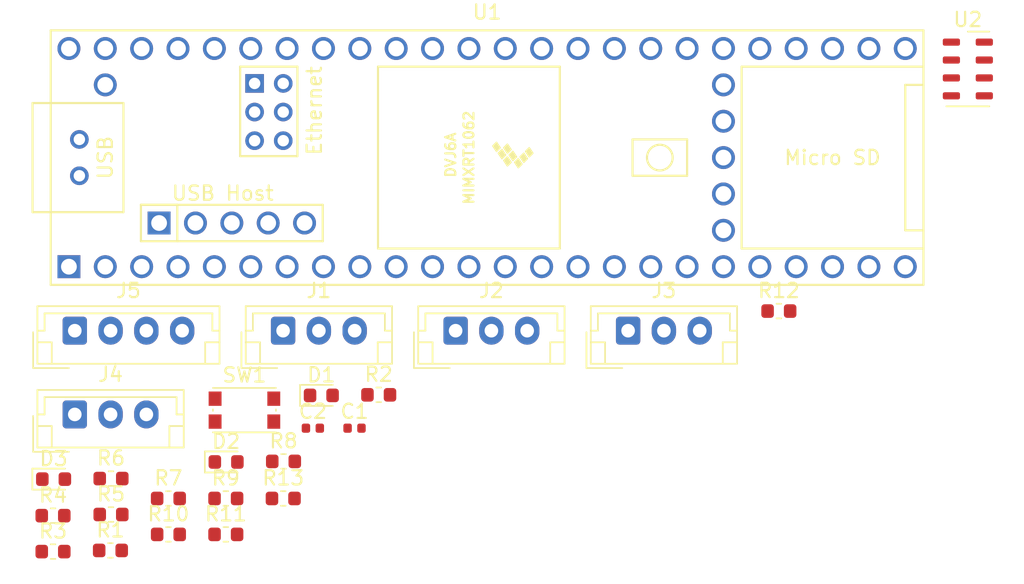
<source format=kicad_pcb>
(kicad_pcb (version 20171130) (host pcbnew "(5.1.6)-1")

  (general
    (thickness 1.6)
    (drawings 0)
    (tracks 0)
    (zones 0)
    (modules 26)
    (nets 82)
  )

  (page A4)
  (layers
    (0 F.Cu signal)
    (31 B.Cu signal)
    (32 B.Adhes user)
    (33 F.Adhes user)
    (34 B.Paste user)
    (35 F.Paste user)
    (36 B.SilkS user)
    (37 F.SilkS user)
    (38 B.Mask user)
    (39 F.Mask user)
    (40 Dwgs.User user)
    (41 Cmts.User user)
    (42 Eco1.User user)
    (43 Eco2.User user)
    (44 Edge.Cuts user)
    (45 Margin user)
    (46 B.CrtYd user)
    (47 F.CrtYd user)
    (48 B.Fab user)
    (49 F.Fab user)
  )

  (setup
    (last_trace_width 0.25)
    (trace_clearance 0.2)
    (zone_clearance 0.508)
    (zone_45_only no)
    (trace_min 0.2)
    (via_size 0.8)
    (via_drill 0.4)
    (via_min_size 0.4)
    (via_min_drill 0.3)
    (uvia_size 0.3)
    (uvia_drill 0.1)
    (uvias_allowed no)
    (uvia_min_size 0.2)
    (uvia_min_drill 0.1)
    (edge_width 0.05)
    (segment_width 0.2)
    (pcb_text_width 0.3)
    (pcb_text_size 1.5 1.5)
    (mod_edge_width 0.12)
    (mod_text_size 1 1)
    (mod_text_width 0.15)
    (pad_size 1.524 1.524)
    (pad_drill 0.762)
    (pad_to_mask_clearance 0.05)
    (aux_axis_origin 0 0)
    (visible_elements FFFFFF7F)
    (pcbplotparams
      (layerselection 0x010fc_ffffffff)
      (usegerberextensions false)
      (usegerberattributes true)
      (usegerberadvancedattributes true)
      (creategerberjobfile true)
      (excludeedgelayer true)
      (linewidth 0.100000)
      (plotframeref false)
      (viasonmask false)
      (mode 1)
      (useauxorigin false)
      (hpglpennumber 1)
      (hpglpenspeed 20)
      (hpglpendiameter 15.000000)
      (psnegative false)
      (psa4output false)
      (plotreference true)
      (plotvalue true)
      (plotinvisibletext false)
      (padsonsilk false)
      (subtractmaskfromsilk false)
      (outputformat 1)
      (mirror false)
      (drillshape 1)
      (scaleselection 1)
      (outputdirectory ""))
  )

  (net 0 "")
  (net 1 "Net-(C1-Pad1)")
  (net 2 -BATT)
  (net 3 3.3V)
  (net 4 "Net-(D1-Pad2)")
  (net 5 "Net-(D2-Pad2)")
  (net 6 "Net-(D3-Pad2)")
  (net 7 MQ131)
  (net 8 VREG)
  (net 9 MQ137)
  (net 10 MQ9B)
  (net 11 MQ4)
  (net 12 SDA_SCD30)
  (net 13 SCL_SCD30)
  (net 14 "Net-(R1-Pad2)")
  (net 15 "Net-(R2-Pad2)")
  (net 16 "Net-(R3-Pad2)")
  (net 17 "Net-(R4-Pad2)")
  (net 18 "Net-(R5-Pad1)")
  (net 19 "Net-(R10-Pad2)")
  (net 20 "Net-(R11-Pad2)")
  (net 21 "Net-(R12-Pad2)")
  (net 22 "Net-(R13-Pad1)")
  (net 23 "Net-(SW1-Pad1)")
  (net 24 "Net-(SW1-Pad2)")
  (net 25 "Net-(U1-Pad67)")
  (net 26 "Net-(U1-Pad66)")
  (net 27 "Net-(U1-Pad54)")
  (net 28 "Net-(U1-Pad53)")
  (net 29 "Net-(U1-Pad52)")
  (net 30 "Net-(U1-Pad51)")
  (net 31 "Net-(U1-Pad50)")
  (net 32 "Net-(U1-Pad62)")
  (net 33 "Net-(U1-Pad63)")
  (net 34 "Net-(U1-Pad64)")
  (net 35 "Net-(U1-Pad61)")
  (net 36 "Net-(U1-Pad65)")
  (net 37 "Net-(U1-Pad60)")
  (net 38 "Net-(U1-Pad17)")
  (net 39 "Net-(U1-Pad18)")
  (net 40 "Net-(U1-Pad19)")
  (net 41 "Net-(U1-Pad20)")
  (net 42 "Net-(U1-Pad16)")
  (net 43 "Net-(U1-Pad15)")
  (net 44 SDO_MPL)
  (net 45 "Net-(U1-Pad21)")
  (net 46 "Net-(U1-Pad22)")
  (net 47 "Net-(U1-Pad23)")
  (net 48 "Net-(U1-Pad24)")
  (net 49 "Net-(U1-Pad25)")
  (net 50 "Net-(U1-Pad26)")
  (net 51 "Net-(U1-Pad27)")
  (net 52 "Net-(U1-Pad28)")
  (net 53 "Net-(U1-Pad29)")
  (net 54 "Net-(U1-Pad30)")
  (net 55 "Net-(U1-Pad31)")
  (net 56 "Net-(U1-Pad32)")
  (net 57 "Net-(U1-Pad33)")
  (net 58 "Net-(U1-Pad34)")
  (net 59 SDI_MPL)
  (net 60 CSN_MPL)
  (net 61 "Net-(U1-Pad11)")
  (net 62 "Net-(U1-Pad10)")
  (net 63 SDN_MPL)
  (net 64 "Net-(U1-Pad8)")
  (net 65 "Net-(U1-Pad7)")
  (net 66 "Net-(U1-Pad2)")
  (net 67 "Net-(U1-Pad1)")
  (net 68 SCK_MPL)
  (net 69 "Net-(U1-Pad42)")
  (net 70 "Net-(U1-Pad43)")
  (net 71 "Net-(U1-Pad44)")
  (net 72 "Net-(U1-Pad45)")
  (net 73 VREG_GND)
  (net 74 "Net-(U1-Pad55)")
  (net 75 "Net-(U1-Pad56)")
  (net 76 "Net-(U1-Pad57)")
  (net 77 "Net-(U1-Pad58)")
  (net 78 "Net-(U1-Pad59)")
  (net 79 "Net-(U1-Pad49)")
  (net 80 "Net-(U2-Pad3)")
  (net 81 "Net-(U2-Pad4)")

  (net_class Default "This is the default net class."
    (clearance 0.2)
    (trace_width 0.25)
    (via_dia 0.8)
    (via_drill 0.4)
    (uvia_dia 0.3)
    (uvia_drill 0.1)
    (add_net -BATT)
    (add_net 3.3V)
    (add_net CSN_MPL)
    (add_net MQ131)
    (add_net MQ137)
    (add_net MQ4)
    (add_net MQ9B)
    (add_net "Net-(C1-Pad1)")
    (add_net "Net-(D1-Pad2)")
    (add_net "Net-(D2-Pad2)")
    (add_net "Net-(D3-Pad2)")
    (add_net "Net-(R1-Pad2)")
    (add_net "Net-(R10-Pad2)")
    (add_net "Net-(R11-Pad2)")
    (add_net "Net-(R12-Pad2)")
    (add_net "Net-(R13-Pad1)")
    (add_net "Net-(R2-Pad2)")
    (add_net "Net-(R3-Pad2)")
    (add_net "Net-(R4-Pad2)")
    (add_net "Net-(R5-Pad1)")
    (add_net "Net-(SW1-Pad1)")
    (add_net "Net-(SW1-Pad2)")
    (add_net "Net-(U1-Pad1)")
    (add_net "Net-(U1-Pad10)")
    (add_net "Net-(U1-Pad11)")
    (add_net "Net-(U1-Pad15)")
    (add_net "Net-(U1-Pad16)")
    (add_net "Net-(U1-Pad17)")
    (add_net "Net-(U1-Pad18)")
    (add_net "Net-(U1-Pad19)")
    (add_net "Net-(U1-Pad2)")
    (add_net "Net-(U1-Pad20)")
    (add_net "Net-(U1-Pad21)")
    (add_net "Net-(U1-Pad22)")
    (add_net "Net-(U1-Pad23)")
    (add_net "Net-(U1-Pad24)")
    (add_net "Net-(U1-Pad25)")
    (add_net "Net-(U1-Pad26)")
    (add_net "Net-(U1-Pad27)")
    (add_net "Net-(U1-Pad28)")
    (add_net "Net-(U1-Pad29)")
    (add_net "Net-(U1-Pad30)")
    (add_net "Net-(U1-Pad31)")
    (add_net "Net-(U1-Pad32)")
    (add_net "Net-(U1-Pad33)")
    (add_net "Net-(U1-Pad34)")
    (add_net "Net-(U1-Pad42)")
    (add_net "Net-(U1-Pad43)")
    (add_net "Net-(U1-Pad44)")
    (add_net "Net-(U1-Pad45)")
    (add_net "Net-(U1-Pad49)")
    (add_net "Net-(U1-Pad50)")
    (add_net "Net-(U1-Pad51)")
    (add_net "Net-(U1-Pad52)")
    (add_net "Net-(U1-Pad53)")
    (add_net "Net-(U1-Pad54)")
    (add_net "Net-(U1-Pad55)")
    (add_net "Net-(U1-Pad56)")
    (add_net "Net-(U1-Pad57)")
    (add_net "Net-(U1-Pad58)")
    (add_net "Net-(U1-Pad59)")
    (add_net "Net-(U1-Pad60)")
    (add_net "Net-(U1-Pad61)")
    (add_net "Net-(U1-Pad62)")
    (add_net "Net-(U1-Pad63)")
    (add_net "Net-(U1-Pad64)")
    (add_net "Net-(U1-Pad65)")
    (add_net "Net-(U1-Pad66)")
    (add_net "Net-(U1-Pad67)")
    (add_net "Net-(U1-Pad7)")
    (add_net "Net-(U1-Pad8)")
    (add_net "Net-(U2-Pad3)")
    (add_net "Net-(U2-Pad4)")
    (add_net SCK_MPL)
    (add_net SCL_SCD30)
    (add_net SDA_SCD30)
    (add_net SDI_MPL)
    (add_net SDN_MPL)
    (add_net SDO_MPL)
    (add_net VREG)
    (add_net VREG_GND)
  )

  (module Capacitor_SMD:C_0402_1005Metric (layer F.Cu) (tedit 5B301BBE) (tstamp 5FB3EA00)
    (at 91.145001 110.415001)
    (descr "Capacitor SMD 0402 (1005 Metric), square (rectangular) end terminal, IPC_7351 nominal, (Body size source: http://www.tortai-tech.com/upload/download/2011102023233369053.pdf), generated with kicad-footprint-generator")
    (tags capacitor)
    (path /5FBA3159)
    (attr smd)
    (fp_text reference C1 (at 0 -1.17) (layer F.SilkS)
      (effects (font (size 1 1) (thickness 0.15)))
    )
    (fp_text value 1uF (at 0 1.17) (layer F.Fab)
      (effects (font (size 1 1) (thickness 0.15)))
    )
    (fp_line (start 0.93 0.47) (end -0.93 0.47) (layer F.CrtYd) (width 0.05))
    (fp_line (start 0.93 -0.47) (end 0.93 0.47) (layer F.CrtYd) (width 0.05))
    (fp_line (start -0.93 -0.47) (end 0.93 -0.47) (layer F.CrtYd) (width 0.05))
    (fp_line (start -0.93 0.47) (end -0.93 -0.47) (layer F.CrtYd) (width 0.05))
    (fp_line (start 0.5 0.25) (end -0.5 0.25) (layer F.Fab) (width 0.1))
    (fp_line (start 0.5 -0.25) (end 0.5 0.25) (layer F.Fab) (width 0.1))
    (fp_line (start -0.5 -0.25) (end 0.5 -0.25) (layer F.Fab) (width 0.1))
    (fp_line (start -0.5 0.25) (end -0.5 -0.25) (layer F.Fab) (width 0.1))
    (fp_text user %R (at 0 0) (layer F.Fab)
      (effects (font (size 0.25 0.25) (thickness 0.04)))
    )
    (pad 1 smd roundrect (at -0.485 0) (size 0.59 0.64) (layers F.Cu F.Paste F.Mask) (roundrect_rratio 0.25)
      (net 1 "Net-(C1-Pad1)"))
    (pad 2 smd roundrect (at 0.485 0) (size 0.59 0.64) (layers F.Cu F.Paste F.Mask) (roundrect_rratio 0.25)
      (net 2 -BATT))
    (model ${KISYS3DMOD}/Capacitor_SMD.3dshapes/C_0402_1005Metric.wrl
      (at (xyz 0 0 0))
      (scale (xyz 1 1 1))
      (rotate (xyz 0 0 0))
    )
  )

  (module Capacitor_SMD:C_0402_1005Metric (layer F.Cu) (tedit 5B301BBE) (tstamp 5FB3EA0F)
    (at 88.235001 110.415001)
    (descr "Capacitor SMD 0402 (1005 Metric), square (rectangular) end terminal, IPC_7351 nominal, (Body size source: http://www.tortai-tech.com/upload/download/2011102023233369053.pdf), generated with kicad-footprint-generator")
    (tags capacitor)
    (path /5FBA1C6B)
    (attr smd)
    (fp_text reference C2 (at 0 -1.17) (layer F.SilkS)
      (effects (font (size 1 1) (thickness 0.15)))
    )
    (fp_text value 1uF (at 0 1.17) (layer F.Fab)
      (effects (font (size 1 1) (thickness 0.15)))
    )
    (fp_text user %R (at 0 0) (layer F.Fab)
      (effects (font (size 0.25 0.25) (thickness 0.04)))
    )
    (fp_line (start -0.5 0.25) (end -0.5 -0.25) (layer F.Fab) (width 0.1))
    (fp_line (start -0.5 -0.25) (end 0.5 -0.25) (layer F.Fab) (width 0.1))
    (fp_line (start 0.5 -0.25) (end 0.5 0.25) (layer F.Fab) (width 0.1))
    (fp_line (start 0.5 0.25) (end -0.5 0.25) (layer F.Fab) (width 0.1))
    (fp_line (start -0.93 0.47) (end -0.93 -0.47) (layer F.CrtYd) (width 0.05))
    (fp_line (start -0.93 -0.47) (end 0.93 -0.47) (layer F.CrtYd) (width 0.05))
    (fp_line (start 0.93 -0.47) (end 0.93 0.47) (layer F.CrtYd) (width 0.05))
    (fp_line (start 0.93 0.47) (end -0.93 0.47) (layer F.CrtYd) (width 0.05))
    (pad 2 smd roundrect (at 0.485 0) (size 0.59 0.64) (layers F.Cu F.Paste F.Mask) (roundrect_rratio 0.25)
      (net 2 -BATT))
    (pad 1 smd roundrect (at -0.485 0) (size 0.59 0.64) (layers F.Cu F.Paste F.Mask) (roundrect_rratio 0.25)
      (net 3 3.3V))
    (model ${KISYS3DMOD}/Capacitor_SMD.3dshapes/C_0402_1005Metric.wrl
      (at (xyz 0 0 0))
      (scale (xyz 1 1 1))
      (rotate (xyz 0 0 0))
    )
  )

  (module LED_SMD:LED_0603_1608Metric (layer F.Cu) (tedit 5B301BBE) (tstamp 5FB3EA22)
    (at 88.825001 108.125001)
    (descr "LED SMD 0603 (1608 Metric), square (rectangular) end terminal, IPC_7351 nominal, (Body size source: http://www.tortai-tech.com/upload/download/2011102023233369053.pdf), generated with kicad-footprint-generator")
    (tags diode)
    (path /5FA40F21)
    (attr smd)
    (fp_text reference D1 (at 0 -1.43) (layer F.SilkS)
      (effects (font (size 1 1) (thickness 0.15)))
    )
    (fp_text value LED_GREEN (at 0 1.43) (layer F.Fab)
      (effects (font (size 1 1) (thickness 0.15)))
    )
    (fp_text user %R (at 0 0) (layer F.Fab)
      (effects (font (size 0.4 0.4) (thickness 0.06)))
    )
    (fp_line (start 0.8 -0.4) (end -0.5 -0.4) (layer F.Fab) (width 0.1))
    (fp_line (start -0.5 -0.4) (end -0.8 -0.1) (layer F.Fab) (width 0.1))
    (fp_line (start -0.8 -0.1) (end -0.8 0.4) (layer F.Fab) (width 0.1))
    (fp_line (start -0.8 0.4) (end 0.8 0.4) (layer F.Fab) (width 0.1))
    (fp_line (start 0.8 0.4) (end 0.8 -0.4) (layer F.Fab) (width 0.1))
    (fp_line (start 0.8 -0.735) (end -1.485 -0.735) (layer F.SilkS) (width 0.12))
    (fp_line (start -1.485 -0.735) (end -1.485 0.735) (layer F.SilkS) (width 0.12))
    (fp_line (start -1.485 0.735) (end 0.8 0.735) (layer F.SilkS) (width 0.12))
    (fp_line (start -1.48 0.73) (end -1.48 -0.73) (layer F.CrtYd) (width 0.05))
    (fp_line (start -1.48 -0.73) (end 1.48 -0.73) (layer F.CrtYd) (width 0.05))
    (fp_line (start 1.48 -0.73) (end 1.48 0.73) (layer F.CrtYd) (width 0.05))
    (fp_line (start 1.48 0.73) (end -1.48 0.73) (layer F.CrtYd) (width 0.05))
    (pad 2 smd roundrect (at 0.7875 0) (size 0.875 0.95) (layers F.Cu F.Paste F.Mask) (roundrect_rratio 0.25)
      (net 4 "Net-(D1-Pad2)"))
    (pad 1 smd roundrect (at -0.7875 0) (size 0.875 0.95) (layers F.Cu F.Paste F.Mask) (roundrect_rratio 0.25)
      (net 2 -BATT))
    (model ${KISYS3DMOD}/LED_SMD.3dshapes/LED_0603_1608Metric.wrl
      (at (xyz 0 0 0))
      (scale (xyz 1 1 1))
      (rotate (xyz 0 0 0))
    )
  )

  (module LED_SMD:LED_0603_1608Metric (layer F.Cu) (tedit 5B301BBE) (tstamp 5FB3EA35)
    (at 82.175001 112.775001)
    (descr "LED SMD 0603 (1608 Metric), square (rectangular) end terminal, IPC_7351 nominal, (Body size source: http://www.tortai-tech.com/upload/download/2011102023233369053.pdf), generated with kicad-footprint-generator")
    (tags diode)
    (path /5FA40168)
    (attr smd)
    (fp_text reference D2 (at 0 -1.43) (layer F.SilkS)
      (effects (font (size 1 1) (thickness 0.15)))
    )
    (fp_text value LED_RED (at 0 1.43) (layer F.Fab)
      (effects (font (size 1 1) (thickness 0.15)))
    )
    (fp_line (start 1.48 0.73) (end -1.48 0.73) (layer F.CrtYd) (width 0.05))
    (fp_line (start 1.48 -0.73) (end 1.48 0.73) (layer F.CrtYd) (width 0.05))
    (fp_line (start -1.48 -0.73) (end 1.48 -0.73) (layer F.CrtYd) (width 0.05))
    (fp_line (start -1.48 0.73) (end -1.48 -0.73) (layer F.CrtYd) (width 0.05))
    (fp_line (start -1.485 0.735) (end 0.8 0.735) (layer F.SilkS) (width 0.12))
    (fp_line (start -1.485 -0.735) (end -1.485 0.735) (layer F.SilkS) (width 0.12))
    (fp_line (start 0.8 -0.735) (end -1.485 -0.735) (layer F.SilkS) (width 0.12))
    (fp_line (start 0.8 0.4) (end 0.8 -0.4) (layer F.Fab) (width 0.1))
    (fp_line (start -0.8 0.4) (end 0.8 0.4) (layer F.Fab) (width 0.1))
    (fp_line (start -0.8 -0.1) (end -0.8 0.4) (layer F.Fab) (width 0.1))
    (fp_line (start -0.5 -0.4) (end -0.8 -0.1) (layer F.Fab) (width 0.1))
    (fp_line (start 0.8 -0.4) (end -0.5 -0.4) (layer F.Fab) (width 0.1))
    (fp_text user %R (at 0 0) (layer F.Fab)
      (effects (font (size 0.4 0.4) (thickness 0.06)))
    )
    (pad 1 smd roundrect (at -0.7875 0) (size 0.875 0.95) (layers F.Cu F.Paste F.Mask) (roundrect_rratio 0.25)
      (net 2 -BATT))
    (pad 2 smd roundrect (at 0.7875 0) (size 0.875 0.95) (layers F.Cu F.Paste F.Mask) (roundrect_rratio 0.25)
      (net 5 "Net-(D2-Pad2)"))
    (model ${KISYS3DMOD}/LED_SMD.3dshapes/LED_0603_1608Metric.wrl
      (at (xyz 0 0 0))
      (scale (xyz 1 1 1))
      (rotate (xyz 0 0 0))
    )
  )

  (module LED_SMD:LED_0603_1608Metric (layer F.Cu) (tedit 5B301BBE) (tstamp 5FB3EA48)
    (at 70.125001 113.975001)
    (descr "LED SMD 0603 (1608 Metric), square (rectangular) end terminal, IPC_7351 nominal, (Body size source: http://www.tortai-tech.com/upload/download/2011102023233369053.pdf), generated with kicad-footprint-generator")
    (tags diode)
    (path /5FA41A42)
    (attr smd)
    (fp_text reference D3 (at 0 -1.43) (layer F.SilkS)
      (effects (font (size 1 1) (thickness 0.15)))
    )
    (fp_text value LED_BLUE (at 0 1.43) (layer F.Fab)
      (effects (font (size 1 1) (thickness 0.15)))
    )
    (fp_line (start 1.48 0.73) (end -1.48 0.73) (layer F.CrtYd) (width 0.05))
    (fp_line (start 1.48 -0.73) (end 1.48 0.73) (layer F.CrtYd) (width 0.05))
    (fp_line (start -1.48 -0.73) (end 1.48 -0.73) (layer F.CrtYd) (width 0.05))
    (fp_line (start -1.48 0.73) (end -1.48 -0.73) (layer F.CrtYd) (width 0.05))
    (fp_line (start -1.485 0.735) (end 0.8 0.735) (layer F.SilkS) (width 0.12))
    (fp_line (start -1.485 -0.735) (end -1.485 0.735) (layer F.SilkS) (width 0.12))
    (fp_line (start 0.8 -0.735) (end -1.485 -0.735) (layer F.SilkS) (width 0.12))
    (fp_line (start 0.8 0.4) (end 0.8 -0.4) (layer F.Fab) (width 0.1))
    (fp_line (start -0.8 0.4) (end 0.8 0.4) (layer F.Fab) (width 0.1))
    (fp_line (start -0.8 -0.1) (end -0.8 0.4) (layer F.Fab) (width 0.1))
    (fp_line (start -0.5 -0.4) (end -0.8 -0.1) (layer F.Fab) (width 0.1))
    (fp_line (start 0.8 -0.4) (end -0.5 -0.4) (layer F.Fab) (width 0.1))
    (fp_text user %R (at 0 0) (layer F.Fab)
      (effects (font (size 0.4 0.4) (thickness 0.06)))
    )
    (pad 1 smd roundrect (at -0.7875 0) (size 0.875 0.95) (layers F.Cu F.Paste F.Mask) (roundrect_rratio 0.25)
      (net 2 -BATT))
    (pad 2 smd roundrect (at 0.7875 0) (size 0.875 0.95) (layers F.Cu F.Paste F.Mask) (roundrect_rratio 0.25)
      (net 6 "Net-(D3-Pad2)"))
    (model ${KISYS3DMOD}/LED_SMD.3dshapes/LED_0603_1608Metric.wrl
      (at (xyz 0 0 0))
      (scale (xyz 1 1 1))
      (rotate (xyz 0 0 0))
    )
  )

  (module Connector_JST:JST_EH_B3B-EH-A_1x03_P2.50mm_Vertical (layer F.Cu) (tedit 5C28142C) (tstamp 5FB3EA69)
    (at 86.155001 103.605001)
    (descr "JST EH series connector, B3B-EH-A (http://www.jst-mfg.com/product/pdf/eng/eEH.pdf), generated with kicad-footprint-generator")
    (tags "connector JST EH vertical")
    (path /5FAE28CF)
    (fp_text reference J1 (at 2.5 -2.8) (layer F.SilkS)
      (effects (font (size 1 1) (thickness 0.15)))
    )
    (fp_text value Conn_01x03 (at 2.5 3.4) (layer F.Fab)
      (effects (font (size 1 1) (thickness 0.15)))
    )
    (fp_text user %R (at 2.5 1.5) (layer F.Fab)
      (effects (font (size 1 1) (thickness 0.15)))
    )
    (fp_line (start -2.5 -1.6) (end -2.5 2.2) (layer F.Fab) (width 0.1))
    (fp_line (start -2.5 2.2) (end 7.5 2.2) (layer F.Fab) (width 0.1))
    (fp_line (start 7.5 2.2) (end 7.5 -1.6) (layer F.Fab) (width 0.1))
    (fp_line (start 7.5 -1.6) (end -2.5 -1.6) (layer F.Fab) (width 0.1))
    (fp_line (start -3 -2.1) (end -3 2.7) (layer F.CrtYd) (width 0.05))
    (fp_line (start -3 2.7) (end 8 2.7) (layer F.CrtYd) (width 0.05))
    (fp_line (start 8 2.7) (end 8 -2.1) (layer F.CrtYd) (width 0.05))
    (fp_line (start 8 -2.1) (end -3 -2.1) (layer F.CrtYd) (width 0.05))
    (fp_line (start -2.61 -1.71) (end -2.61 2.31) (layer F.SilkS) (width 0.12))
    (fp_line (start -2.61 2.31) (end 7.61 2.31) (layer F.SilkS) (width 0.12))
    (fp_line (start 7.61 2.31) (end 7.61 -1.71) (layer F.SilkS) (width 0.12))
    (fp_line (start 7.61 -1.71) (end -2.61 -1.71) (layer F.SilkS) (width 0.12))
    (fp_line (start -2.61 0) (end -2.11 0) (layer F.SilkS) (width 0.12))
    (fp_line (start -2.11 0) (end -2.11 -1.21) (layer F.SilkS) (width 0.12))
    (fp_line (start -2.11 -1.21) (end 7.11 -1.21) (layer F.SilkS) (width 0.12))
    (fp_line (start 7.11 -1.21) (end 7.11 0) (layer F.SilkS) (width 0.12))
    (fp_line (start 7.11 0) (end 7.61 0) (layer F.SilkS) (width 0.12))
    (fp_line (start -2.61 0.81) (end -1.61 0.81) (layer F.SilkS) (width 0.12))
    (fp_line (start -1.61 0.81) (end -1.61 2.31) (layer F.SilkS) (width 0.12))
    (fp_line (start 7.61 0.81) (end 6.61 0.81) (layer F.SilkS) (width 0.12))
    (fp_line (start 6.61 0.81) (end 6.61 2.31) (layer F.SilkS) (width 0.12))
    (fp_line (start -2.91 0.11) (end -2.91 2.61) (layer F.SilkS) (width 0.12))
    (fp_line (start -2.91 2.61) (end -0.41 2.61) (layer F.SilkS) (width 0.12))
    (fp_line (start -2.91 0.11) (end -2.91 2.61) (layer F.Fab) (width 0.1))
    (fp_line (start -2.91 2.61) (end -0.41 2.61) (layer F.Fab) (width 0.1))
    (pad 3 thru_hole oval (at 5 0) (size 1.7 1.95) (drill 0.95) (layers *.Cu *.Mask)
      (net 7 MQ131))
    (pad 2 thru_hole oval (at 2.5 0) (size 1.7 1.95) (drill 0.95) (layers *.Cu *.Mask)
      (net 8 VREG))
    (pad 1 thru_hole roundrect (at 0 0) (size 1.7 1.95) (drill 0.95) (layers *.Cu *.Mask) (roundrect_rratio 0.147059)
      (net 2 -BATT))
    (model ${KISYS3DMOD}/Connector_JST.3dshapes/JST_EH_B3B-EH-A_1x03_P2.50mm_Vertical.wrl
      (at (xyz 0 0 0))
      (scale (xyz 1 1 1))
      (rotate (xyz 0 0 0))
    )
  )

  (module Connector_JST:JST_EH_B3B-EH-A_1x03_P2.50mm_Vertical (layer F.Cu) (tedit 5C28142C) (tstamp 5FB3EA8A)
    (at 98.205001 103.605001)
    (descr "JST EH series connector, B3B-EH-A (http://www.jst-mfg.com/product/pdf/eng/eEH.pdf), generated with kicad-footprint-generator")
    (tags "connector JST EH vertical")
    (path /5FAE3741)
    (fp_text reference J2 (at 2.5 -2.8) (layer F.SilkS)
      (effects (font (size 1 1) (thickness 0.15)))
    )
    (fp_text value Conn_01x03 (at 2.5 3.4) (layer F.Fab)
      (effects (font (size 1 1) (thickness 0.15)))
    )
    (fp_line (start -2.91 2.61) (end -0.41 2.61) (layer F.Fab) (width 0.1))
    (fp_line (start -2.91 0.11) (end -2.91 2.61) (layer F.Fab) (width 0.1))
    (fp_line (start -2.91 2.61) (end -0.41 2.61) (layer F.SilkS) (width 0.12))
    (fp_line (start -2.91 0.11) (end -2.91 2.61) (layer F.SilkS) (width 0.12))
    (fp_line (start 6.61 0.81) (end 6.61 2.31) (layer F.SilkS) (width 0.12))
    (fp_line (start 7.61 0.81) (end 6.61 0.81) (layer F.SilkS) (width 0.12))
    (fp_line (start -1.61 0.81) (end -1.61 2.31) (layer F.SilkS) (width 0.12))
    (fp_line (start -2.61 0.81) (end -1.61 0.81) (layer F.SilkS) (width 0.12))
    (fp_line (start 7.11 0) (end 7.61 0) (layer F.SilkS) (width 0.12))
    (fp_line (start 7.11 -1.21) (end 7.11 0) (layer F.SilkS) (width 0.12))
    (fp_line (start -2.11 -1.21) (end 7.11 -1.21) (layer F.SilkS) (width 0.12))
    (fp_line (start -2.11 0) (end -2.11 -1.21) (layer F.SilkS) (width 0.12))
    (fp_line (start -2.61 0) (end -2.11 0) (layer F.SilkS) (width 0.12))
    (fp_line (start 7.61 -1.71) (end -2.61 -1.71) (layer F.SilkS) (width 0.12))
    (fp_line (start 7.61 2.31) (end 7.61 -1.71) (layer F.SilkS) (width 0.12))
    (fp_line (start -2.61 2.31) (end 7.61 2.31) (layer F.SilkS) (width 0.12))
    (fp_line (start -2.61 -1.71) (end -2.61 2.31) (layer F.SilkS) (width 0.12))
    (fp_line (start 8 -2.1) (end -3 -2.1) (layer F.CrtYd) (width 0.05))
    (fp_line (start 8 2.7) (end 8 -2.1) (layer F.CrtYd) (width 0.05))
    (fp_line (start -3 2.7) (end 8 2.7) (layer F.CrtYd) (width 0.05))
    (fp_line (start -3 -2.1) (end -3 2.7) (layer F.CrtYd) (width 0.05))
    (fp_line (start 7.5 -1.6) (end -2.5 -1.6) (layer F.Fab) (width 0.1))
    (fp_line (start 7.5 2.2) (end 7.5 -1.6) (layer F.Fab) (width 0.1))
    (fp_line (start -2.5 2.2) (end 7.5 2.2) (layer F.Fab) (width 0.1))
    (fp_line (start -2.5 -1.6) (end -2.5 2.2) (layer F.Fab) (width 0.1))
    (fp_text user %R (at 2.5 1.5) (layer F.Fab)
      (effects (font (size 1 1) (thickness 0.15)))
    )
    (pad 1 thru_hole roundrect (at 0 0) (size 1.7 1.95) (drill 0.95) (layers *.Cu *.Mask) (roundrect_rratio 0.147059)
      (net 2 -BATT))
    (pad 2 thru_hole oval (at 2.5 0) (size 1.7 1.95) (drill 0.95) (layers *.Cu *.Mask)
      (net 8 VREG))
    (pad 3 thru_hole oval (at 5 0) (size 1.7 1.95) (drill 0.95) (layers *.Cu *.Mask)
      (net 9 MQ137))
    (model ${KISYS3DMOD}/Connector_JST.3dshapes/JST_EH_B3B-EH-A_1x03_P2.50mm_Vertical.wrl
      (at (xyz 0 0 0))
      (scale (xyz 1 1 1))
      (rotate (xyz 0 0 0))
    )
  )

  (module Connector_JST:JST_EH_B3B-EH-A_1x03_P2.50mm_Vertical (layer F.Cu) (tedit 5C28142C) (tstamp 5FB3EAAB)
    (at 110.255001 103.605001)
    (descr "JST EH series connector, B3B-EH-A (http://www.jst-mfg.com/product/pdf/eng/eEH.pdf), generated with kicad-footprint-generator")
    (tags "connector JST EH vertical")
    (path /5FAE43D6)
    (fp_text reference J3 (at 2.5 -2.8) (layer F.SilkS)
      (effects (font (size 1 1) (thickness 0.15)))
    )
    (fp_text value Conn_01x03 (at 2.5 3.4) (layer F.Fab)
      (effects (font (size 1 1) (thickness 0.15)))
    )
    (fp_text user %R (at 2.5 1.5) (layer F.Fab)
      (effects (font (size 1 1) (thickness 0.15)))
    )
    (fp_line (start -2.5 -1.6) (end -2.5 2.2) (layer F.Fab) (width 0.1))
    (fp_line (start -2.5 2.2) (end 7.5 2.2) (layer F.Fab) (width 0.1))
    (fp_line (start 7.5 2.2) (end 7.5 -1.6) (layer F.Fab) (width 0.1))
    (fp_line (start 7.5 -1.6) (end -2.5 -1.6) (layer F.Fab) (width 0.1))
    (fp_line (start -3 -2.1) (end -3 2.7) (layer F.CrtYd) (width 0.05))
    (fp_line (start -3 2.7) (end 8 2.7) (layer F.CrtYd) (width 0.05))
    (fp_line (start 8 2.7) (end 8 -2.1) (layer F.CrtYd) (width 0.05))
    (fp_line (start 8 -2.1) (end -3 -2.1) (layer F.CrtYd) (width 0.05))
    (fp_line (start -2.61 -1.71) (end -2.61 2.31) (layer F.SilkS) (width 0.12))
    (fp_line (start -2.61 2.31) (end 7.61 2.31) (layer F.SilkS) (width 0.12))
    (fp_line (start 7.61 2.31) (end 7.61 -1.71) (layer F.SilkS) (width 0.12))
    (fp_line (start 7.61 -1.71) (end -2.61 -1.71) (layer F.SilkS) (width 0.12))
    (fp_line (start -2.61 0) (end -2.11 0) (layer F.SilkS) (width 0.12))
    (fp_line (start -2.11 0) (end -2.11 -1.21) (layer F.SilkS) (width 0.12))
    (fp_line (start -2.11 -1.21) (end 7.11 -1.21) (layer F.SilkS) (width 0.12))
    (fp_line (start 7.11 -1.21) (end 7.11 0) (layer F.SilkS) (width 0.12))
    (fp_line (start 7.11 0) (end 7.61 0) (layer F.SilkS) (width 0.12))
    (fp_line (start -2.61 0.81) (end -1.61 0.81) (layer F.SilkS) (width 0.12))
    (fp_line (start -1.61 0.81) (end -1.61 2.31) (layer F.SilkS) (width 0.12))
    (fp_line (start 7.61 0.81) (end 6.61 0.81) (layer F.SilkS) (width 0.12))
    (fp_line (start 6.61 0.81) (end 6.61 2.31) (layer F.SilkS) (width 0.12))
    (fp_line (start -2.91 0.11) (end -2.91 2.61) (layer F.SilkS) (width 0.12))
    (fp_line (start -2.91 2.61) (end -0.41 2.61) (layer F.SilkS) (width 0.12))
    (fp_line (start -2.91 0.11) (end -2.91 2.61) (layer F.Fab) (width 0.1))
    (fp_line (start -2.91 2.61) (end -0.41 2.61) (layer F.Fab) (width 0.1))
    (pad 3 thru_hole oval (at 5 0) (size 1.7 1.95) (drill 0.95) (layers *.Cu *.Mask)
      (net 10 MQ9B))
    (pad 2 thru_hole oval (at 2.5 0) (size 1.7 1.95) (drill 0.95) (layers *.Cu *.Mask)
      (net 8 VREG))
    (pad 1 thru_hole roundrect (at 0 0) (size 1.7 1.95) (drill 0.95) (layers *.Cu *.Mask) (roundrect_rratio 0.147059)
      (net 2 -BATT))
    (model ${KISYS3DMOD}/Connector_JST.3dshapes/JST_EH_B3B-EH-A_1x03_P2.50mm_Vertical.wrl
      (at (xyz 0 0 0))
      (scale (xyz 1 1 1))
      (rotate (xyz 0 0 0))
    )
  )

  (module Connector_JST:JST_EH_B3B-EH-A_1x03_P2.50mm_Vertical (layer F.Cu) (tedit 5C28142C) (tstamp 5FB3EACC)
    (at 71.605001 109.455001)
    (descr "JST EH series connector, B3B-EH-A (http://www.jst-mfg.com/product/pdf/eng/eEH.pdf), generated with kicad-footprint-generator")
    (tags "connector JST EH vertical")
    (path /5FAE563F)
    (fp_text reference J4 (at 2.5 -2.8) (layer F.SilkS)
      (effects (font (size 1 1) (thickness 0.15)))
    )
    (fp_text value Conn_01x03 (at 2.5 3.4) (layer F.Fab)
      (effects (font (size 1 1) (thickness 0.15)))
    )
    (fp_line (start -2.91 2.61) (end -0.41 2.61) (layer F.Fab) (width 0.1))
    (fp_line (start -2.91 0.11) (end -2.91 2.61) (layer F.Fab) (width 0.1))
    (fp_line (start -2.91 2.61) (end -0.41 2.61) (layer F.SilkS) (width 0.12))
    (fp_line (start -2.91 0.11) (end -2.91 2.61) (layer F.SilkS) (width 0.12))
    (fp_line (start 6.61 0.81) (end 6.61 2.31) (layer F.SilkS) (width 0.12))
    (fp_line (start 7.61 0.81) (end 6.61 0.81) (layer F.SilkS) (width 0.12))
    (fp_line (start -1.61 0.81) (end -1.61 2.31) (layer F.SilkS) (width 0.12))
    (fp_line (start -2.61 0.81) (end -1.61 0.81) (layer F.SilkS) (width 0.12))
    (fp_line (start 7.11 0) (end 7.61 0) (layer F.SilkS) (width 0.12))
    (fp_line (start 7.11 -1.21) (end 7.11 0) (layer F.SilkS) (width 0.12))
    (fp_line (start -2.11 -1.21) (end 7.11 -1.21) (layer F.SilkS) (width 0.12))
    (fp_line (start -2.11 0) (end -2.11 -1.21) (layer F.SilkS) (width 0.12))
    (fp_line (start -2.61 0) (end -2.11 0) (layer F.SilkS) (width 0.12))
    (fp_line (start 7.61 -1.71) (end -2.61 -1.71) (layer F.SilkS) (width 0.12))
    (fp_line (start 7.61 2.31) (end 7.61 -1.71) (layer F.SilkS) (width 0.12))
    (fp_line (start -2.61 2.31) (end 7.61 2.31) (layer F.SilkS) (width 0.12))
    (fp_line (start -2.61 -1.71) (end -2.61 2.31) (layer F.SilkS) (width 0.12))
    (fp_line (start 8 -2.1) (end -3 -2.1) (layer F.CrtYd) (width 0.05))
    (fp_line (start 8 2.7) (end 8 -2.1) (layer F.CrtYd) (width 0.05))
    (fp_line (start -3 2.7) (end 8 2.7) (layer F.CrtYd) (width 0.05))
    (fp_line (start -3 -2.1) (end -3 2.7) (layer F.CrtYd) (width 0.05))
    (fp_line (start 7.5 -1.6) (end -2.5 -1.6) (layer F.Fab) (width 0.1))
    (fp_line (start 7.5 2.2) (end 7.5 -1.6) (layer F.Fab) (width 0.1))
    (fp_line (start -2.5 2.2) (end 7.5 2.2) (layer F.Fab) (width 0.1))
    (fp_line (start -2.5 -1.6) (end -2.5 2.2) (layer F.Fab) (width 0.1))
    (fp_text user %R (at 2.5 1.5) (layer F.Fab)
      (effects (font (size 1 1) (thickness 0.15)))
    )
    (pad 1 thru_hole roundrect (at 0 0) (size 1.7 1.95) (drill 0.95) (layers *.Cu *.Mask) (roundrect_rratio 0.147059)
      (net 2 -BATT))
    (pad 2 thru_hole oval (at 2.5 0) (size 1.7 1.95) (drill 0.95) (layers *.Cu *.Mask)
      (net 8 VREG))
    (pad 3 thru_hole oval (at 5 0) (size 1.7 1.95) (drill 0.95) (layers *.Cu *.Mask)
      (net 11 MQ4))
    (model ${KISYS3DMOD}/Connector_JST.3dshapes/JST_EH_B3B-EH-A_1x03_P2.50mm_Vertical.wrl
      (at (xyz 0 0 0))
      (scale (xyz 1 1 1))
      (rotate (xyz 0 0 0))
    )
  )

  (module Connector_JST:JST_EH_B4B-EH-A_1x04_P2.50mm_Vertical (layer F.Cu) (tedit 5C28142C) (tstamp 5FB3EAEE)
    (at 71.605001 103.605001)
    (descr "JST EH series connector, B4B-EH-A (http://www.jst-mfg.com/product/pdf/eng/eEH.pdf), generated with kicad-footprint-generator")
    (tags "connector JST EH vertical")
    (path /5FAE61F7)
    (fp_text reference J5 (at 3.75 -2.8) (layer F.SilkS)
      (effects (font (size 1 1) (thickness 0.15)))
    )
    (fp_text value Conn_01x04 (at 3.75 3.4) (layer F.Fab)
      (effects (font (size 1 1) (thickness 0.15)))
    )
    (fp_line (start -2.91 2.61) (end -0.41 2.61) (layer F.Fab) (width 0.1))
    (fp_line (start -2.91 0.11) (end -2.91 2.61) (layer F.Fab) (width 0.1))
    (fp_line (start -2.91 2.61) (end -0.41 2.61) (layer F.SilkS) (width 0.12))
    (fp_line (start -2.91 0.11) (end -2.91 2.61) (layer F.SilkS) (width 0.12))
    (fp_line (start 9.11 0.81) (end 9.11 2.31) (layer F.SilkS) (width 0.12))
    (fp_line (start 10.11 0.81) (end 9.11 0.81) (layer F.SilkS) (width 0.12))
    (fp_line (start -1.61 0.81) (end -1.61 2.31) (layer F.SilkS) (width 0.12))
    (fp_line (start -2.61 0.81) (end -1.61 0.81) (layer F.SilkS) (width 0.12))
    (fp_line (start 9.61 0) (end 10.11 0) (layer F.SilkS) (width 0.12))
    (fp_line (start 9.61 -1.21) (end 9.61 0) (layer F.SilkS) (width 0.12))
    (fp_line (start -2.11 -1.21) (end 9.61 -1.21) (layer F.SilkS) (width 0.12))
    (fp_line (start -2.11 0) (end -2.11 -1.21) (layer F.SilkS) (width 0.12))
    (fp_line (start -2.61 0) (end -2.11 0) (layer F.SilkS) (width 0.12))
    (fp_line (start 10.11 -1.71) (end -2.61 -1.71) (layer F.SilkS) (width 0.12))
    (fp_line (start 10.11 2.31) (end 10.11 -1.71) (layer F.SilkS) (width 0.12))
    (fp_line (start -2.61 2.31) (end 10.11 2.31) (layer F.SilkS) (width 0.12))
    (fp_line (start -2.61 -1.71) (end -2.61 2.31) (layer F.SilkS) (width 0.12))
    (fp_line (start 10.5 -2.1) (end -3 -2.1) (layer F.CrtYd) (width 0.05))
    (fp_line (start 10.5 2.7) (end 10.5 -2.1) (layer F.CrtYd) (width 0.05))
    (fp_line (start -3 2.7) (end 10.5 2.7) (layer F.CrtYd) (width 0.05))
    (fp_line (start -3 -2.1) (end -3 2.7) (layer F.CrtYd) (width 0.05))
    (fp_line (start 10 -1.6) (end -2.5 -1.6) (layer F.Fab) (width 0.1))
    (fp_line (start 10 2.2) (end 10 -1.6) (layer F.Fab) (width 0.1))
    (fp_line (start -2.5 2.2) (end 10 2.2) (layer F.Fab) (width 0.1))
    (fp_line (start -2.5 -1.6) (end -2.5 2.2) (layer F.Fab) (width 0.1))
    (fp_text user %R (at 3.75 1.5) (layer F.Fab)
      (effects (font (size 1 1) (thickness 0.15)))
    )
    (pad 1 thru_hole roundrect (at 0 0) (size 1.7 1.95) (drill 0.95) (layers *.Cu *.Mask) (roundrect_rratio 0.147059)
      (net 8 VREG))
    (pad 2 thru_hole oval (at 2.5 0) (size 1.7 1.95) (drill 0.95) (layers *.Cu *.Mask)
      (net 12 SDA_SCD30))
    (pad 3 thru_hole oval (at 5 0) (size 1.7 1.95) (drill 0.95) (layers *.Cu *.Mask)
      (net 13 SCL_SCD30))
    (pad 4 thru_hole oval (at 7.5 0) (size 1.7 1.95) (drill 0.95) (layers *.Cu *.Mask)
      (net 2 -BATT))
    (model ${KISYS3DMOD}/Connector_JST.3dshapes/JST_EH_B4B-EH-A_1x04_P2.50mm_Vertical.wrl
      (at (xyz 0 0 0))
      (scale (xyz 1 1 1))
      (rotate (xyz 0 0 0))
    )
  )

  (module Resistor_SMD:R_0603_1608Metric (layer F.Cu) (tedit 5B301BBD) (tstamp 5FB3EAFF)
    (at 74.095001 118.955001)
    (descr "Resistor SMD 0603 (1608 Metric), square (rectangular) end terminal, IPC_7351 nominal, (Body size source: http://www.tortai-tech.com/upload/download/2011102023233369053.pdf), generated with kicad-footprint-generator")
    (tags resistor)
    (path /5FA74CF0)
    (attr smd)
    (fp_text reference R1 (at 0 -1.43) (layer F.SilkS)
      (effects (font (size 1 1) (thickness 0.15)))
    )
    (fp_text value 1M (at 0 1.43) (layer F.Fab)
      (effects (font (size 1 1) (thickness 0.15)))
    )
    (fp_line (start 1.48 0.73) (end -1.48 0.73) (layer F.CrtYd) (width 0.05))
    (fp_line (start 1.48 -0.73) (end 1.48 0.73) (layer F.CrtYd) (width 0.05))
    (fp_line (start -1.48 -0.73) (end 1.48 -0.73) (layer F.CrtYd) (width 0.05))
    (fp_line (start -1.48 0.73) (end -1.48 -0.73) (layer F.CrtYd) (width 0.05))
    (fp_line (start -0.162779 0.51) (end 0.162779 0.51) (layer F.SilkS) (width 0.12))
    (fp_line (start -0.162779 -0.51) (end 0.162779 -0.51) (layer F.SilkS) (width 0.12))
    (fp_line (start 0.8 0.4) (end -0.8 0.4) (layer F.Fab) (width 0.1))
    (fp_line (start 0.8 -0.4) (end 0.8 0.4) (layer F.Fab) (width 0.1))
    (fp_line (start -0.8 -0.4) (end 0.8 -0.4) (layer F.Fab) (width 0.1))
    (fp_line (start -0.8 0.4) (end -0.8 -0.4) (layer F.Fab) (width 0.1))
    (fp_text user %R (at 0 0) (layer F.Fab)
      (effects (font (size 0.4 0.4) (thickness 0.06)))
    )
    (pad 1 smd roundrect (at -0.7875 0) (size 0.875 0.95) (layers F.Cu F.Paste F.Mask) (roundrect_rratio 0.25)
      (net 2 -BATT))
    (pad 2 smd roundrect (at 0.7875 0) (size 0.875 0.95) (layers F.Cu F.Paste F.Mask) (roundrect_rratio 0.25)
      (net 14 "Net-(R1-Pad2)"))
    (model ${KISYS3DMOD}/Resistor_SMD.3dshapes/R_0603_1608Metric.wrl
      (at (xyz 0 0 0))
      (scale (xyz 1 1 1))
      (rotate (xyz 0 0 0))
    )
  )

  (module Resistor_SMD:R_0603_1608Metric (layer F.Cu) (tedit 5B301BBD) (tstamp 5FB3EB10)
    (at 92.835001 108.085001)
    (descr "Resistor SMD 0603 (1608 Metric), square (rectangular) end terminal, IPC_7351 nominal, (Body size source: http://www.tortai-tech.com/upload/download/2011102023233369053.pdf), generated with kicad-footprint-generator")
    (tags resistor)
    (path /5FA72DA5)
    (attr smd)
    (fp_text reference R2 (at 0 -1.43) (layer F.SilkS)
      (effects (font (size 1 1) (thickness 0.15)))
    )
    (fp_text value 10k (at 0 1.43) (layer F.Fab)
      (effects (font (size 1 1) (thickness 0.15)))
    )
    (fp_text user %R (at 0 0) (layer F.Fab)
      (effects (font (size 0.4 0.4) (thickness 0.06)))
    )
    (fp_line (start -0.8 0.4) (end -0.8 -0.4) (layer F.Fab) (width 0.1))
    (fp_line (start -0.8 -0.4) (end 0.8 -0.4) (layer F.Fab) (width 0.1))
    (fp_line (start 0.8 -0.4) (end 0.8 0.4) (layer F.Fab) (width 0.1))
    (fp_line (start 0.8 0.4) (end -0.8 0.4) (layer F.Fab) (width 0.1))
    (fp_line (start -0.162779 -0.51) (end 0.162779 -0.51) (layer F.SilkS) (width 0.12))
    (fp_line (start -0.162779 0.51) (end 0.162779 0.51) (layer F.SilkS) (width 0.12))
    (fp_line (start -1.48 0.73) (end -1.48 -0.73) (layer F.CrtYd) (width 0.05))
    (fp_line (start -1.48 -0.73) (end 1.48 -0.73) (layer F.CrtYd) (width 0.05))
    (fp_line (start 1.48 -0.73) (end 1.48 0.73) (layer F.CrtYd) (width 0.05))
    (fp_line (start 1.48 0.73) (end -1.48 0.73) (layer F.CrtYd) (width 0.05))
    (pad 2 smd roundrect (at 0.7875 0) (size 0.875 0.95) (layers F.Cu F.Paste F.Mask) (roundrect_rratio 0.25)
      (net 15 "Net-(R2-Pad2)"))
    (pad 1 smd roundrect (at -0.7875 0) (size 0.875 0.95) (layers F.Cu F.Paste F.Mask) (roundrect_rratio 0.25)
      (net 2 -BATT))
    (model ${KISYS3DMOD}/Resistor_SMD.3dshapes/R_0603_1608Metric.wrl
      (at (xyz 0 0 0))
      (scale (xyz 1 1 1))
      (rotate (xyz 0 0 0))
    )
  )

  (module Resistor_SMD:R_0603_1608Metric (layer F.Cu) (tedit 5B301BBD) (tstamp 5FB3EB21)
    (at 70.085001 119.035001)
    (descr "Resistor SMD 0603 (1608 Metric), square (rectangular) end terminal, IPC_7351 nominal, (Body size source: http://www.tortai-tech.com/upload/download/2011102023233369053.pdf), generated with kicad-footprint-generator")
    (tags resistor)
    (path /5FA74493)
    (attr smd)
    (fp_text reference R3 (at 0 -1.43) (layer F.SilkS)
      (effects (font (size 1 1) (thickness 0.15)))
    )
    (fp_text value 3.3k (at 0 1.43) (layer F.Fab)
      (effects (font (size 1 1) (thickness 0.15)))
    )
    (fp_line (start 1.48 0.73) (end -1.48 0.73) (layer F.CrtYd) (width 0.05))
    (fp_line (start 1.48 -0.73) (end 1.48 0.73) (layer F.CrtYd) (width 0.05))
    (fp_line (start -1.48 -0.73) (end 1.48 -0.73) (layer F.CrtYd) (width 0.05))
    (fp_line (start -1.48 0.73) (end -1.48 -0.73) (layer F.CrtYd) (width 0.05))
    (fp_line (start -0.162779 0.51) (end 0.162779 0.51) (layer F.SilkS) (width 0.12))
    (fp_line (start -0.162779 -0.51) (end 0.162779 -0.51) (layer F.SilkS) (width 0.12))
    (fp_line (start 0.8 0.4) (end -0.8 0.4) (layer F.Fab) (width 0.1))
    (fp_line (start 0.8 -0.4) (end 0.8 0.4) (layer F.Fab) (width 0.1))
    (fp_line (start -0.8 -0.4) (end 0.8 -0.4) (layer F.Fab) (width 0.1))
    (fp_line (start -0.8 0.4) (end -0.8 -0.4) (layer F.Fab) (width 0.1))
    (fp_text user %R (at 0 0) (layer F.Fab)
      (effects (font (size 0.4 0.4) (thickness 0.06)))
    )
    (pad 1 smd roundrect (at -0.7875 0) (size 0.875 0.95) (layers F.Cu F.Paste F.Mask) (roundrect_rratio 0.25)
      (net 2 -BATT))
    (pad 2 smd roundrect (at 0.7875 0) (size 0.875 0.95) (layers F.Cu F.Paste F.Mask) (roundrect_rratio 0.25)
      (net 16 "Net-(R3-Pad2)"))
    (model ${KISYS3DMOD}/Resistor_SMD.3dshapes/R_0603_1608Metric.wrl
      (at (xyz 0 0 0))
      (scale (xyz 1 1 1))
      (rotate (xyz 0 0 0))
    )
  )

  (module Resistor_SMD:R_0603_1608Metric (layer F.Cu) (tedit 5B301BBD) (tstamp 5FB3EB32)
    (at 70.085001 116.525001)
    (descr "Resistor SMD 0603 (1608 Metric), square (rectangular) end terminal, IPC_7351 nominal, (Body size source: http://www.tortai-tech.com/upload/download/2011102023233369053.pdf), generated with kicad-footprint-generator")
    (tags resistor)
    (path /5FA73830)
    (attr smd)
    (fp_text reference R4 (at 0 -1.43) (layer F.SilkS)
      (effects (font (size 1 1) (thickness 0.15)))
    )
    (fp_text value 3.3k (at 0 1.43) (layer F.Fab)
      (effects (font (size 1 1) (thickness 0.15)))
    )
    (fp_text user %R (at 0 0) (layer F.Fab)
      (effects (font (size 0.4 0.4) (thickness 0.06)))
    )
    (fp_line (start -0.8 0.4) (end -0.8 -0.4) (layer F.Fab) (width 0.1))
    (fp_line (start -0.8 -0.4) (end 0.8 -0.4) (layer F.Fab) (width 0.1))
    (fp_line (start 0.8 -0.4) (end 0.8 0.4) (layer F.Fab) (width 0.1))
    (fp_line (start 0.8 0.4) (end -0.8 0.4) (layer F.Fab) (width 0.1))
    (fp_line (start -0.162779 -0.51) (end 0.162779 -0.51) (layer F.SilkS) (width 0.12))
    (fp_line (start -0.162779 0.51) (end 0.162779 0.51) (layer F.SilkS) (width 0.12))
    (fp_line (start -1.48 0.73) (end -1.48 -0.73) (layer F.CrtYd) (width 0.05))
    (fp_line (start -1.48 -0.73) (end 1.48 -0.73) (layer F.CrtYd) (width 0.05))
    (fp_line (start 1.48 -0.73) (end 1.48 0.73) (layer F.CrtYd) (width 0.05))
    (fp_line (start 1.48 0.73) (end -1.48 0.73) (layer F.CrtYd) (width 0.05))
    (pad 2 smd roundrect (at 0.7875 0) (size 0.875 0.95) (layers F.Cu F.Paste F.Mask) (roundrect_rratio 0.25)
      (net 17 "Net-(R4-Pad2)"))
    (pad 1 smd roundrect (at -0.7875 0) (size 0.875 0.95) (layers F.Cu F.Paste F.Mask) (roundrect_rratio 0.25)
      (net 2 -BATT))
    (model ${KISYS3DMOD}/Resistor_SMD.3dshapes/R_0603_1608Metric.wrl
      (at (xyz 0 0 0))
      (scale (xyz 1 1 1))
      (rotate (xyz 0 0 0))
    )
  )

  (module Resistor_SMD:R_0603_1608Metric (layer F.Cu) (tedit 5B301BBD) (tstamp 5FB3EB43)
    (at 74.135001 116.445001)
    (descr "Resistor SMD 0603 (1608 Metric), square (rectangular) end terminal, IPC_7351 nominal, (Body size source: http://www.tortai-tech.com/upload/download/2011102023233369053.pdf), generated with kicad-footprint-generator")
    (tags resistor)
    (path /5FA74A26)
    (attr smd)
    (fp_text reference R5 (at 0 -1.43) (layer F.SilkS)
      (effects (font (size 1 1) (thickness 0.15)))
    )
    (fp_text value 330k (at 0 1.43) (layer F.Fab)
      (effects (font (size 1 1) (thickness 0.15)))
    )
    (fp_text user %R (at 0 0) (layer F.Fab)
      (effects (font (size 0.4 0.4) (thickness 0.06)))
    )
    (fp_line (start -0.8 0.4) (end -0.8 -0.4) (layer F.Fab) (width 0.1))
    (fp_line (start -0.8 -0.4) (end 0.8 -0.4) (layer F.Fab) (width 0.1))
    (fp_line (start 0.8 -0.4) (end 0.8 0.4) (layer F.Fab) (width 0.1))
    (fp_line (start 0.8 0.4) (end -0.8 0.4) (layer F.Fab) (width 0.1))
    (fp_line (start -0.162779 -0.51) (end 0.162779 -0.51) (layer F.SilkS) (width 0.12))
    (fp_line (start -0.162779 0.51) (end 0.162779 0.51) (layer F.SilkS) (width 0.12))
    (fp_line (start -1.48 0.73) (end -1.48 -0.73) (layer F.CrtYd) (width 0.05))
    (fp_line (start -1.48 -0.73) (end 1.48 -0.73) (layer F.CrtYd) (width 0.05))
    (fp_line (start 1.48 -0.73) (end 1.48 0.73) (layer F.CrtYd) (width 0.05))
    (fp_line (start 1.48 0.73) (end -1.48 0.73) (layer F.CrtYd) (width 0.05))
    (pad 2 smd roundrect (at 0.7875 0) (size 0.875 0.95) (layers F.Cu F.Paste F.Mask) (roundrect_rratio 0.25)
      (net 14 "Net-(R1-Pad2)"))
    (pad 1 smd roundrect (at -0.7875 0) (size 0.875 0.95) (layers F.Cu F.Paste F.Mask) (roundrect_rratio 0.25)
      (net 18 "Net-(R5-Pad1)"))
    (model ${KISYS3DMOD}/Resistor_SMD.3dshapes/R_0603_1608Metric.wrl
      (at (xyz 0 0 0))
      (scale (xyz 1 1 1))
      (rotate (xyz 0 0 0))
    )
  )

  (module Resistor_SMD:R_0603_1608Metric (layer F.Cu) (tedit 5B301BBD) (tstamp 5FB3EB54)
    (at 74.135001 113.935001)
    (descr "Resistor SMD 0603 (1608 Metric), square (rectangular) end terminal, IPC_7351 nominal, (Body size source: http://www.tortai-tech.com/upload/download/2011102023233369053.pdf), generated with kicad-footprint-generator")
    (tags resistor)
    (path /5FA71A8B)
    (attr smd)
    (fp_text reference R6 (at 0 -1.43) (layer F.SilkS)
      (effects (font (size 1 1) (thickness 0.15)))
    )
    (fp_text value 4.7k (at 0 1.43) (layer F.Fab)
      (effects (font (size 1 1) (thickness 0.15)))
    )
    (fp_line (start 1.48 0.73) (end -1.48 0.73) (layer F.CrtYd) (width 0.05))
    (fp_line (start 1.48 -0.73) (end 1.48 0.73) (layer F.CrtYd) (width 0.05))
    (fp_line (start -1.48 -0.73) (end 1.48 -0.73) (layer F.CrtYd) (width 0.05))
    (fp_line (start -1.48 0.73) (end -1.48 -0.73) (layer F.CrtYd) (width 0.05))
    (fp_line (start -0.162779 0.51) (end 0.162779 0.51) (layer F.SilkS) (width 0.12))
    (fp_line (start -0.162779 -0.51) (end 0.162779 -0.51) (layer F.SilkS) (width 0.12))
    (fp_line (start 0.8 0.4) (end -0.8 0.4) (layer F.Fab) (width 0.1))
    (fp_line (start 0.8 -0.4) (end 0.8 0.4) (layer F.Fab) (width 0.1))
    (fp_line (start -0.8 -0.4) (end 0.8 -0.4) (layer F.Fab) (width 0.1))
    (fp_line (start -0.8 0.4) (end -0.8 -0.4) (layer F.Fab) (width 0.1))
    (fp_text user %R (at 0 0) (layer F.Fab)
      (effects (font (size 0.4 0.4) (thickness 0.06)))
    )
    (pad 1 smd roundrect (at -0.7875 0) (size 0.875 0.95) (layers F.Cu F.Paste F.Mask) (roundrect_rratio 0.25)
      (net 19 "Net-(R10-Pad2)"))
    (pad 2 smd roundrect (at 0.7875 0) (size 0.875 0.95) (layers F.Cu F.Paste F.Mask) (roundrect_rratio 0.25)
      (net 15 "Net-(R2-Pad2)"))
    (model ${KISYS3DMOD}/Resistor_SMD.3dshapes/R_0603_1608Metric.wrl
      (at (xyz 0 0 0))
      (scale (xyz 1 1 1))
      (rotate (xyz 0 0 0))
    )
  )

  (module Resistor_SMD:R_0603_1608Metric (layer F.Cu) (tedit 5B301BBD) (tstamp 5FB3EB65)
    (at 78.145001 115.325001)
    (descr "Resistor SMD 0603 (1608 Metric), square (rectangular) end terminal, IPC_7351 nominal, (Body size source: http://www.tortai-tech.com/upload/download/2011102023233369053.pdf), generated with kicad-footprint-generator")
    (tags resistor)
    (path /5FA742B5)
    (attr smd)
    (fp_text reference R7 (at 0 -1.43) (layer F.SilkS)
      (effects (font (size 1 1) (thickness 0.15)))
    )
    (fp_text value 670 (at 0 1.43) (layer F.Fab)
      (effects (font (size 1 1) (thickness 0.15)))
    )
    (fp_text user %R (at 0 0) (layer F.Fab)
      (effects (font (size 0.4 0.4) (thickness 0.06)))
    )
    (fp_line (start -0.8 0.4) (end -0.8 -0.4) (layer F.Fab) (width 0.1))
    (fp_line (start -0.8 -0.4) (end 0.8 -0.4) (layer F.Fab) (width 0.1))
    (fp_line (start 0.8 -0.4) (end 0.8 0.4) (layer F.Fab) (width 0.1))
    (fp_line (start 0.8 0.4) (end -0.8 0.4) (layer F.Fab) (width 0.1))
    (fp_line (start -0.162779 -0.51) (end 0.162779 -0.51) (layer F.SilkS) (width 0.12))
    (fp_line (start -0.162779 0.51) (end 0.162779 0.51) (layer F.SilkS) (width 0.12))
    (fp_line (start -1.48 0.73) (end -1.48 -0.73) (layer F.CrtYd) (width 0.05))
    (fp_line (start -1.48 -0.73) (end 1.48 -0.73) (layer F.CrtYd) (width 0.05))
    (fp_line (start 1.48 -0.73) (end 1.48 0.73) (layer F.CrtYd) (width 0.05))
    (fp_line (start 1.48 0.73) (end -1.48 0.73) (layer F.CrtYd) (width 0.05))
    (pad 2 smd roundrect (at 0.7875 0) (size 0.875 0.95) (layers F.Cu F.Paste F.Mask) (roundrect_rratio 0.25)
      (net 16 "Net-(R3-Pad2)"))
    (pad 1 smd roundrect (at -0.7875 0) (size 0.875 0.95) (layers F.Cu F.Paste F.Mask) (roundrect_rratio 0.25)
      (net 20 "Net-(R11-Pad2)"))
    (model ${KISYS3DMOD}/Resistor_SMD.3dshapes/R_0603_1608Metric.wrl
      (at (xyz 0 0 0))
      (scale (xyz 1 1 1))
      (rotate (xyz 0 0 0))
    )
  )

  (module Resistor_SMD:R_0603_1608Metric (layer F.Cu) (tedit 5B301BBD) (tstamp 5FB3EB76)
    (at 86.185001 112.735001)
    (descr "Resistor SMD 0603 (1608 Metric), square (rectangular) end terminal, IPC_7351 nominal, (Body size source: http://www.tortai-tech.com/upload/download/2011102023233369053.pdf), generated with kicad-footprint-generator")
    (tags resistor)
    (path /5FA7352E)
    (attr smd)
    (fp_text reference R8 (at 0 -1.43) (layer F.SilkS)
      (effects (font (size 1 1) (thickness 0.15)))
    )
    (fp_text value 670 (at 0 1.43) (layer F.Fab)
      (effects (font (size 1 1) (thickness 0.15)))
    )
    (fp_line (start 1.48 0.73) (end -1.48 0.73) (layer F.CrtYd) (width 0.05))
    (fp_line (start 1.48 -0.73) (end 1.48 0.73) (layer F.CrtYd) (width 0.05))
    (fp_line (start -1.48 -0.73) (end 1.48 -0.73) (layer F.CrtYd) (width 0.05))
    (fp_line (start -1.48 0.73) (end -1.48 -0.73) (layer F.CrtYd) (width 0.05))
    (fp_line (start -0.162779 0.51) (end 0.162779 0.51) (layer F.SilkS) (width 0.12))
    (fp_line (start -0.162779 -0.51) (end 0.162779 -0.51) (layer F.SilkS) (width 0.12))
    (fp_line (start 0.8 0.4) (end -0.8 0.4) (layer F.Fab) (width 0.1))
    (fp_line (start 0.8 -0.4) (end 0.8 0.4) (layer F.Fab) (width 0.1))
    (fp_line (start -0.8 -0.4) (end 0.8 -0.4) (layer F.Fab) (width 0.1))
    (fp_line (start -0.8 0.4) (end -0.8 -0.4) (layer F.Fab) (width 0.1))
    (fp_text user %R (at 0 0) (layer F.Fab)
      (effects (font (size 0.4 0.4) (thickness 0.06)))
    )
    (pad 1 smd roundrect (at -0.7875 0) (size 0.875 0.95) (layers F.Cu F.Paste F.Mask) (roundrect_rratio 0.25)
      (net 21 "Net-(R12-Pad2)"))
    (pad 2 smd roundrect (at 0.7875 0) (size 0.875 0.95) (layers F.Cu F.Paste F.Mask) (roundrect_rratio 0.25)
      (net 17 "Net-(R4-Pad2)"))
    (model ${KISYS3DMOD}/Resistor_SMD.3dshapes/R_0603_1608Metric.wrl
      (at (xyz 0 0 0))
      (scale (xyz 1 1 1))
      (rotate (xyz 0 0 0))
    )
  )

  (module Resistor_SMD:R_0603_1608Metric (layer F.Cu) (tedit 5B301BBD) (tstamp 5FB3EB87)
    (at 82.155001 115.325001)
    (descr "Resistor SMD 0603 (1608 Metric), square (rectangular) end terminal, IPC_7351 nominal, (Body size source: http://www.tortai-tech.com/upload/download/2011102023233369053.pdf), generated with kicad-footprint-generator")
    (tags resistor)
    (path /5FA748E1)
    (attr smd)
    (fp_text reference R9 (at 0 -1.43) (layer F.SilkS)
      (effects (font (size 1 1) (thickness 0.15)))
    )
    (fp_text value 100k (at 0 1.43) (layer F.Fab)
      (effects (font (size 1 1) (thickness 0.15)))
    )
    (fp_line (start 1.48 0.73) (end -1.48 0.73) (layer F.CrtYd) (width 0.05))
    (fp_line (start 1.48 -0.73) (end 1.48 0.73) (layer F.CrtYd) (width 0.05))
    (fp_line (start -1.48 -0.73) (end 1.48 -0.73) (layer F.CrtYd) (width 0.05))
    (fp_line (start -1.48 0.73) (end -1.48 -0.73) (layer F.CrtYd) (width 0.05))
    (fp_line (start -0.162779 0.51) (end 0.162779 0.51) (layer F.SilkS) (width 0.12))
    (fp_line (start -0.162779 -0.51) (end 0.162779 -0.51) (layer F.SilkS) (width 0.12))
    (fp_line (start 0.8 0.4) (end -0.8 0.4) (layer F.Fab) (width 0.1))
    (fp_line (start 0.8 -0.4) (end 0.8 0.4) (layer F.Fab) (width 0.1))
    (fp_line (start -0.8 -0.4) (end 0.8 -0.4) (layer F.Fab) (width 0.1))
    (fp_line (start -0.8 0.4) (end -0.8 -0.4) (layer F.Fab) (width 0.1))
    (fp_text user %R (at 0 0) (layer F.Fab)
      (effects (font (size 0.4 0.4) (thickness 0.06)))
    )
    (pad 1 smd roundrect (at -0.7875 0) (size 0.875 0.95) (layers F.Cu F.Paste F.Mask) (roundrect_rratio 0.25)
      (net 18 "Net-(R5-Pad1)"))
    (pad 2 smd roundrect (at 0.7875 0) (size 0.875 0.95) (layers F.Cu F.Paste F.Mask) (roundrect_rratio 0.25)
      (net 22 "Net-(R13-Pad1)"))
    (model ${KISYS3DMOD}/Resistor_SMD.3dshapes/R_0603_1608Metric.wrl
      (at (xyz 0 0 0))
      (scale (xyz 1 1 1))
      (rotate (xyz 0 0 0))
    )
  )

  (module Resistor_SMD:R_0603_1608Metric (layer F.Cu) (tedit 5B301BBD) (tstamp 5FB3EB98)
    (at 78.145001 117.835001)
    (descr "Resistor SMD 0603 (1608 Metric), square (rectangular) end terminal, IPC_7351 nominal, (Body size source: http://www.tortai-tech.com/upload/download/2011102023233369053.pdf), generated with kicad-footprint-generator")
    (tags resistor)
    (path /5FA72A95)
    (attr smd)
    (fp_text reference R10 (at 0 -1.43) (layer F.SilkS)
      (effects (font (size 1 1) (thickness 0.15)))
    )
    (fp_text value 470 (at 0 1.43) (layer F.Fab)
      (effects (font (size 1 1) (thickness 0.15)))
    )
    (fp_line (start 1.48 0.73) (end -1.48 0.73) (layer F.CrtYd) (width 0.05))
    (fp_line (start 1.48 -0.73) (end 1.48 0.73) (layer F.CrtYd) (width 0.05))
    (fp_line (start -1.48 -0.73) (end 1.48 -0.73) (layer F.CrtYd) (width 0.05))
    (fp_line (start -1.48 0.73) (end -1.48 -0.73) (layer F.CrtYd) (width 0.05))
    (fp_line (start -0.162779 0.51) (end 0.162779 0.51) (layer F.SilkS) (width 0.12))
    (fp_line (start -0.162779 -0.51) (end 0.162779 -0.51) (layer F.SilkS) (width 0.12))
    (fp_line (start 0.8 0.4) (end -0.8 0.4) (layer F.Fab) (width 0.1))
    (fp_line (start 0.8 -0.4) (end 0.8 0.4) (layer F.Fab) (width 0.1))
    (fp_line (start -0.8 -0.4) (end 0.8 -0.4) (layer F.Fab) (width 0.1))
    (fp_line (start -0.8 0.4) (end -0.8 -0.4) (layer F.Fab) (width 0.1))
    (fp_text user %R (at 0 0) (layer F.Fab)
      (effects (font (size 0.4 0.4) (thickness 0.06)))
    )
    (pad 1 smd roundrect (at -0.7875 0) (size 0.875 0.95) (layers F.Cu F.Paste F.Mask) (roundrect_rratio 0.25)
      (net 11 MQ4))
    (pad 2 smd roundrect (at 0.7875 0) (size 0.875 0.95) (layers F.Cu F.Paste F.Mask) (roundrect_rratio 0.25)
      (net 19 "Net-(R10-Pad2)"))
    (model ${KISYS3DMOD}/Resistor_SMD.3dshapes/R_0603_1608Metric.wrl
      (at (xyz 0 0 0))
      (scale (xyz 1 1 1))
      (rotate (xyz 0 0 0))
    )
  )

  (module Resistor_SMD:R_0603_1608Metric (layer F.Cu) (tedit 5B301BBD) (tstamp 5FB3EBA9)
    (at 82.155001 117.835001)
    (descr "Resistor SMD 0603 (1608 Metric), square (rectangular) end terminal, IPC_7351 nominal, (Body size source: http://www.tortai-tech.com/upload/download/2011102023233369053.pdf), generated with kicad-footprint-generator")
    (tags resistor)
    (path /5FA73C2C)
    (attr smd)
    (fp_text reference R11 (at 0 -1.43) (layer F.SilkS)
      (effects (font (size 1 1) (thickness 0.15)))
    )
    (fp_text value 1k (at 0 1.43) (layer F.Fab)
      (effects (font (size 1 1) (thickness 0.15)))
    )
    (fp_line (start 1.48 0.73) (end -1.48 0.73) (layer F.CrtYd) (width 0.05))
    (fp_line (start 1.48 -0.73) (end 1.48 0.73) (layer F.CrtYd) (width 0.05))
    (fp_line (start -1.48 -0.73) (end 1.48 -0.73) (layer F.CrtYd) (width 0.05))
    (fp_line (start -1.48 0.73) (end -1.48 -0.73) (layer F.CrtYd) (width 0.05))
    (fp_line (start -0.162779 0.51) (end 0.162779 0.51) (layer F.SilkS) (width 0.12))
    (fp_line (start -0.162779 -0.51) (end 0.162779 -0.51) (layer F.SilkS) (width 0.12))
    (fp_line (start 0.8 0.4) (end -0.8 0.4) (layer F.Fab) (width 0.1))
    (fp_line (start 0.8 -0.4) (end 0.8 0.4) (layer F.Fab) (width 0.1))
    (fp_line (start -0.8 -0.4) (end 0.8 -0.4) (layer F.Fab) (width 0.1))
    (fp_line (start -0.8 0.4) (end -0.8 -0.4) (layer F.Fab) (width 0.1))
    (fp_text user %R (at 0 0) (layer F.Fab)
      (effects (font (size 0.4 0.4) (thickness 0.06)))
    )
    (pad 1 smd roundrect (at -0.7875 0) (size 0.875 0.95) (layers F.Cu F.Paste F.Mask) (roundrect_rratio 0.25)
      (net 10 MQ9B))
    (pad 2 smd roundrect (at 0.7875 0) (size 0.875 0.95) (layers F.Cu F.Paste F.Mask) (roundrect_rratio 0.25)
      (net 20 "Net-(R11-Pad2)"))
    (model ${KISYS3DMOD}/Resistor_SMD.3dshapes/R_0603_1608Metric.wrl
      (at (xyz 0 0 0))
      (scale (xyz 1 1 1))
      (rotate (xyz 0 0 0))
    )
  )

  (module Resistor_SMD:R_0603_1608Metric (layer F.Cu) (tedit 5B301BBD) (tstamp 5FB3EBBA)
    (at 120.785001 102.235001)
    (descr "Resistor SMD 0603 (1608 Metric), square (rectangular) end terminal, IPC_7351 nominal, (Body size source: http://www.tortai-tech.com/upload/download/2011102023233369053.pdf), generated with kicad-footprint-generator")
    (tags resistor)
    (path /5FA73394)
    (attr smd)
    (fp_text reference R12 (at 0 -1.43) (layer F.SilkS)
      (effects (font (size 1 1) (thickness 0.15)))
    )
    (fp_text value 1k (at 0 1.43) (layer F.Fab)
      (effects (font (size 1 1) (thickness 0.15)))
    )
    (fp_text user %R (at 0 0) (layer F.Fab)
      (effects (font (size 0.4 0.4) (thickness 0.06)))
    )
    (fp_line (start -0.8 0.4) (end -0.8 -0.4) (layer F.Fab) (width 0.1))
    (fp_line (start -0.8 -0.4) (end 0.8 -0.4) (layer F.Fab) (width 0.1))
    (fp_line (start 0.8 -0.4) (end 0.8 0.4) (layer F.Fab) (width 0.1))
    (fp_line (start 0.8 0.4) (end -0.8 0.4) (layer F.Fab) (width 0.1))
    (fp_line (start -0.162779 -0.51) (end 0.162779 -0.51) (layer F.SilkS) (width 0.12))
    (fp_line (start -0.162779 0.51) (end 0.162779 0.51) (layer F.SilkS) (width 0.12))
    (fp_line (start -1.48 0.73) (end -1.48 -0.73) (layer F.CrtYd) (width 0.05))
    (fp_line (start -1.48 -0.73) (end 1.48 -0.73) (layer F.CrtYd) (width 0.05))
    (fp_line (start 1.48 -0.73) (end 1.48 0.73) (layer F.CrtYd) (width 0.05))
    (fp_line (start 1.48 0.73) (end -1.48 0.73) (layer F.CrtYd) (width 0.05))
    (pad 2 smd roundrect (at 0.7875 0) (size 0.875 0.95) (layers F.Cu F.Paste F.Mask) (roundrect_rratio 0.25)
      (net 21 "Net-(R12-Pad2)"))
    (pad 1 smd roundrect (at -0.7875 0) (size 0.875 0.95) (layers F.Cu F.Paste F.Mask) (roundrect_rratio 0.25)
      (net 9 MQ137))
    (model ${KISYS3DMOD}/Resistor_SMD.3dshapes/R_0603_1608Metric.wrl
      (at (xyz 0 0 0))
      (scale (xyz 1 1 1))
      (rotate (xyz 0 0 0))
    )
  )

  (module Resistor_SMD:R_0603_1608Metric (layer F.Cu) (tedit 5B301BBD) (tstamp 5FB3EBCB)
    (at 86.165001 115.325001)
    (descr "Resistor SMD 0603 (1608 Metric), square (rectangular) end terminal, IPC_7351 nominal, (Body size source: http://www.tortai-tech.com/upload/download/2011102023233369053.pdf), generated with kicad-footprint-generator")
    (tags resistor)
    (path /5FA74585)
    (attr smd)
    (fp_text reference R13 (at 0 -1.43) (layer F.SilkS)
      (effects (font (size 1 1) (thickness 0.15)))
    )
    (fp_text value 100k (at 0 1.43) (layer F.Fab)
      (effects (font (size 1 1) (thickness 0.15)))
    )
    (fp_text user %R (at 0 0) (layer F.Fab)
      (effects (font (size 0.4 0.4) (thickness 0.06)))
    )
    (fp_line (start -0.8 0.4) (end -0.8 -0.4) (layer F.Fab) (width 0.1))
    (fp_line (start -0.8 -0.4) (end 0.8 -0.4) (layer F.Fab) (width 0.1))
    (fp_line (start 0.8 -0.4) (end 0.8 0.4) (layer F.Fab) (width 0.1))
    (fp_line (start 0.8 0.4) (end -0.8 0.4) (layer F.Fab) (width 0.1))
    (fp_line (start -0.162779 -0.51) (end 0.162779 -0.51) (layer F.SilkS) (width 0.12))
    (fp_line (start -0.162779 0.51) (end 0.162779 0.51) (layer F.SilkS) (width 0.12))
    (fp_line (start -1.48 0.73) (end -1.48 -0.73) (layer F.CrtYd) (width 0.05))
    (fp_line (start -1.48 -0.73) (end 1.48 -0.73) (layer F.CrtYd) (width 0.05))
    (fp_line (start 1.48 -0.73) (end 1.48 0.73) (layer F.CrtYd) (width 0.05))
    (fp_line (start 1.48 0.73) (end -1.48 0.73) (layer F.CrtYd) (width 0.05))
    (pad 2 smd roundrect (at 0.7875 0) (size 0.875 0.95) (layers F.Cu F.Paste F.Mask) (roundrect_rratio 0.25)
      (net 7 MQ131))
    (pad 1 smd roundrect (at -0.7875 0) (size 0.875 0.95) (layers F.Cu F.Paste F.Mask) (roundrect_rratio 0.25)
      (net 22 "Net-(R13-Pad1)"))
    (model ${KISYS3DMOD}/Resistor_SMD.3dshapes/R_0603_1608Metric.wrl
      (at (xyz 0 0 0))
      (scale (xyz 1 1 1))
      (rotate (xyz 0 0 0))
    )
  )

  (module Button_Switch_SMD:SW_Push_1P1T_NO_CK_KMR2 (layer F.Cu) (tedit 5A02FC95) (tstamp 5FB3EBE1)
    (at 83.455001 109.155001)
    (descr "CK components KMR2 tactile switch http://www.ckswitches.com/media/1479/kmr2.pdf")
    (tags "tactile switch kmr2")
    (path /5FA51FB3)
    (attr smd)
    (fp_text reference SW1 (at 0 -2.45) (layer F.SilkS)
      (effects (font (size 1 1) (thickness 0.15)))
    )
    (fp_text value SW_Push_Dual (at 0 2.55) (layer F.Fab)
      (effects (font (size 1 1) (thickness 0.15)))
    )
    (fp_line (start -2.2 0.05) (end -2.2 -0.05) (layer F.SilkS) (width 0.12))
    (fp_line (start 2.2 -1.55) (end -2.2 -1.55) (layer F.SilkS) (width 0.12))
    (fp_line (start -2.2 1.55) (end 2.2 1.55) (layer F.SilkS) (width 0.12))
    (fp_circle (center 0 0) (end 0 0.8) (layer F.Fab) (width 0.1))
    (fp_line (start -2.8 1.8) (end -2.8 -1.8) (layer F.CrtYd) (width 0.05))
    (fp_line (start 2.8 1.8) (end -2.8 1.8) (layer F.CrtYd) (width 0.05))
    (fp_line (start 2.8 -1.8) (end 2.8 1.8) (layer F.CrtYd) (width 0.05))
    (fp_line (start -2.8 -1.8) (end 2.8 -1.8) (layer F.CrtYd) (width 0.05))
    (fp_line (start 2.2 0.05) (end 2.2 -0.05) (layer F.SilkS) (width 0.12))
    (fp_line (start -2.1 1.4) (end -2.1 -1.4) (layer F.Fab) (width 0.1))
    (fp_line (start 2.1 1.4) (end -2.1 1.4) (layer F.Fab) (width 0.1))
    (fp_line (start 2.1 -1.4) (end 2.1 1.4) (layer F.Fab) (width 0.1))
    (fp_line (start -2.1 -1.4) (end 2.1 -1.4) (layer F.Fab) (width 0.1))
    (fp_text user %R (at 0 -2.45) (layer F.Fab)
      (effects (font (size 1 1) (thickness 0.15)))
    )
    (pad 1 smd rect (at -2.05 -0.8) (size 0.9 1) (layers F.Cu F.Paste F.Mask)
      (net 23 "Net-(SW1-Pad1)"))
    (pad 2 smd rect (at -2.05 0.8) (size 0.9 1) (layers F.Cu F.Paste F.Mask)
      (net 24 "Net-(SW1-Pad2)"))
    (pad 1 smd rect (at 2.05 -0.8) (size 0.9 1) (layers F.Cu F.Paste F.Mask)
      (net 23 "Net-(SW1-Pad1)"))
    (pad 2 smd rect (at 2.05 0.8) (size 0.9 1) (layers F.Cu F.Paste F.Mask)
      (net 24 "Net-(SW1-Pad2)"))
    (model ${KISYS3DMOD}/Button_Switch_SMD.3dshapes/SW_Push_1P1T_NO_CK_KMR2.wrl
      (at (xyz 0 0 0))
      (scale (xyz 1 1 1))
      (rotate (xyz 0 0 0))
    )
  )

  (module "PJRC Teensy:Teensy41" (layer F.Cu) (tedit 5ED43644) (tstamp 5FB3EC5A)
    (at 100.405001 91.515001)
    (path /5FA395C9)
    (fp_text reference U1 (at 0 -10.16) (layer F.SilkS)
      (effects (font (size 1 1) (thickness 0.15)))
    )
    (fp_text value Teensy4.1 (at 0 10.16) (layer F.Fab)
      (effects (font (size 1 1) (thickness 0.15)))
    )
    (fp_text user "USB Host" (at -18.4658 2.4892) (layer F.SilkS)
      (effects (font (size 1 1) (thickness 0.15)))
    )
    (fp_text user Ethernet (at -12.065 -3.2766 90) (layer F.SilkS)
      (effects (font (size 1 1) (thickness 0.15)))
    )
    (fp_text user USB (at -26.67 0 270) (layer F.SilkS)
      (effects (font (size 1 1) (thickness 0.15)))
    )
    (fp_text user "Micro SD" (at 24.13 0) (layer F.SilkS)
      (effects (font (size 1 1) (thickness 0.15)))
    )
    (fp_text user MIMXRT1062 (at -1.27 0 -90) (layer F.SilkS)
      (effects (font (size 0.7 0.7) (thickness 0.15)))
    )
    (fp_text user DVJ6A (at -2.54 -0.18 -90) (layer F.SilkS)
      (effects (font (size 0.7 0.7) (thickness 0.15)))
    )
    (fp_poly (pts (xy 3.197 -0.307) (xy 2.943 -0.053) (xy 2.689 -0.434) (xy 2.943 -0.688)) (layer F.SilkS) (width 0.1))
    (fp_poly (pts (xy 2.816 0.074) (xy 2.562 0.328) (xy 2.308 -0.053) (xy 2.562 -0.307)) (layer F.SilkS) (width 0.1))
    (fp_poly (pts (xy 0.911 -0.688) (xy 0.657 -0.434) (xy 0.403 -0.815) (xy 0.657 -1.069)) (layer F.SilkS) (width 0.1))
    (fp_poly (pts (xy 1.292 -0.18) (xy 1.038 0.074) (xy 0.784 -0.307) (xy 1.038 -0.561)) (layer F.SilkS) (width 0.1))
    (fp_poly (pts (xy 1.673 0.328) (xy 1.419 0.582) (xy 1.165 0.201) (xy 1.419 -0.053)) (layer F.SilkS) (width 0.1))
    (fp_poly (pts (xy 1.673 -0.561) (xy 1.419 -0.307) (xy 1.165 -0.688) (xy 1.419 -0.942)) (layer F.SilkS) (width 0.1))
    (fp_poly (pts (xy 2.054 -0.053) (xy 1.8 0.201) (xy 1.546 -0.18) (xy 1.8 -0.434)) (layer F.SilkS) (width 0.1))
    (fp_poly (pts (xy 2.435 0.455) (xy 2.181 0.709) (xy 1.927 0.328) (xy 2.181 0.074)) (layer F.SilkS) (width 0.1))
    (fp_line (start -30.48 8.89) (end -30.48 -8.89) (layer F.SilkS) (width 0.15))
    (fp_line (start 30.48 8.89) (end -30.48 8.89) (layer F.SilkS) (width 0.15))
    (fp_line (start 30.48 -8.89) (end 30.48 8.89) (layer F.SilkS) (width 0.15))
    (fp_line (start -30.48 -8.89) (end 30.48 -8.89) (layer F.SilkS) (width 0.15))
    (fp_line (start -25.4 3.81) (end -30.48 3.81) (layer F.SilkS) (width 0.15))
    (fp_line (start -25.4 -3.81) (end -30.48 -3.81) (layer F.SilkS) (width 0.15))
    (fp_line (start -25.4 3.81) (end -25.4 -3.81) (layer F.SilkS) (width 0.15))
    (fp_line (start -31.75 -3.81) (end -30.48 -3.81) (layer F.SilkS) (width 0.15))
    (fp_line (start -31.75 3.81) (end -31.75 -3.81) (layer F.SilkS) (width 0.15))
    (fp_line (start -30.48 3.81) (end -31.75 3.81) (layer F.SilkS) (width 0.15))
    (fp_line (start 30.48 -6.35) (end 17.78 -6.35) (layer F.SilkS) (width 0.15))
    (fp_line (start 17.78 -6.35) (end 17.78 6.35) (layer F.SilkS) (width 0.15))
    (fp_line (start 17.78 6.35) (end 30.48 6.35) (layer F.SilkS) (width 0.15))
    (fp_line (start 30.48 -5.08) (end 29.21 -5.08) (layer F.SilkS) (width 0.15))
    (fp_line (start 29.21 -5.08) (end 29.21 5.08) (layer F.SilkS) (width 0.15))
    (fp_line (start 29.21 5.08) (end 30.48 5.08) (layer F.SilkS) (width 0.15))
    (fp_line (start 13.97 -1.27) (end 13.97 1.27) (layer F.SilkS) (width 0.15))
    (fp_line (start 13.97 1.27) (end 10.16 1.27) (layer F.SilkS) (width 0.15))
    (fp_line (start 10.16 1.27) (end 10.16 -1.27) (layer F.SilkS) (width 0.15))
    (fp_line (start 10.16 -1.27) (end 13.97 -1.27) (layer F.SilkS) (width 0.15))
    (fp_line (start -24.1808 3.2992) (end -11.4808 3.2992) (layer F.SilkS) (width 0.15))
    (fp_line (start -11.4808 3.2992) (end -11.4808 5.8392) (layer F.SilkS) (width 0.15))
    (fp_line (start -11.4808 5.8392) (end -24.1808 5.8392) (layer F.SilkS) (width 0.15))
    (fp_line (start -24.1808 5.8392) (end -24.1808 3.2992) (layer F.SilkS) (width 0.15))
    (fp_line (start -24.1808 3.2992) (end -21.6408 3.2992) (layer F.SilkS) (width 0.15))
    (fp_line (start -21.6408 3.2992) (end -21.6408 5.8392) (layer F.SilkS) (width 0.15))
    (fp_line (start -17.25 -6.1016) (end -17.25 -0.1016) (layer F.SilkS) (width 0.15))
    (fp_line (start -17.25 -0.1016) (end -13.25 -0.1016) (layer F.SilkS) (width 0.15))
    (fp_line (start -13.25 -0.1016) (end -13.25 -6.3516) (layer F.SilkS) (width 0.15))
    (fp_line (start -13.25 -6.3516) (end -17.25 -6.3516) (layer F.SilkS) (width 0.15))
    (fp_line (start -17.25 -6.3516) (end -17.25 -6.1016) (layer F.SilkS) (width 0.15))
    (fp_line (start -7.62 6.35) (end 5.08 6.35) (layer F.SilkS) (width 0.15))
    (fp_line (start 5.08 6.35) (end 5.08 -6.35) (layer F.SilkS) (width 0.15))
    (fp_line (start 5.08 -6.35) (end -7.62 -6.35) (layer F.SilkS) (width 0.15))
    (fp_line (start -7.62 -6.35) (end -7.62 6.35) (layer F.SilkS) (width 0.15))
    (fp_circle (center 12.065 0) (end 12.7 -0.635) (layer F.SilkS) (width 0.15))
    (pad 67 thru_hole circle (at -28.48 -1.27) (size 1.3 1.3) (drill 0.8) (layers *.Cu *.Mask)
      (net 25 "Net-(U1-Pad67)"))
    (pad 66 thru_hole circle (at -28.48 1.27) (size 1.3 1.3) (drill 0.8) (layers *.Cu *.Mask)
      (net 26 "Net-(U1-Pad66)"))
    (pad 54 thru_hole circle (at 16.51 -5.08) (size 1.6 1.6) (drill 1.1) (layers *.Cu *.Mask)
      (net 27 "Net-(U1-Pad54)"))
    (pad 53 thru_hole circle (at 16.51 -2.54) (size 1.6 1.6) (drill 1.1) (layers *.Cu *.Mask)
      (net 28 "Net-(U1-Pad53)"))
    (pad 52 thru_hole circle (at 16.51 0) (size 1.6 1.6) (drill 1.1) (layers *.Cu *.Mask)
      (net 29 "Net-(U1-Pad52)"))
    (pad 51 thru_hole circle (at 16.51 2.54) (size 1.6 1.6) (drill 1.1) (layers *.Cu *.Mask)
      (net 30 "Net-(U1-Pad51)"))
    (pad 50 thru_hole circle (at 16.51 5.08) (size 1.6 1.6) (drill 1.1) (layers *.Cu *.Mask)
      (net 31 "Net-(U1-Pad50)"))
    (pad 62 thru_hole circle (at -16.24 -1.1816) (size 1.3 1.3) (drill 0.8) (layers *.Cu *.Mask)
      (net 32 "Net-(U1-Pad62)"))
    (pad 63 thru_hole circle (at -14.24 -1.1816) (size 1.3 1.3) (drill 0.8) (layers *.Cu *.Mask)
      (net 33 "Net-(U1-Pad63)"))
    (pad 64 thru_hole circle (at -14.24 -3.1816) (size 1.3 1.3) (drill 0.8) (layers *.Cu *.Mask)
      (net 34 "Net-(U1-Pad64)"))
    (pad 61 thru_hole circle (at -16.24 -3.1816) (size 1.3 1.3) (drill 0.8) (layers *.Cu *.Mask)
      (net 35 "Net-(U1-Pad61)"))
    (pad 65 thru_hole circle (at -14.24 -5.1816) (size 1.3 1.3) (drill 0.8) (layers *.Cu *.Mask)
      (net 36 "Net-(U1-Pad65)"))
    (pad 60 thru_hole rect (at -16.24 -5.1816) (size 1.3 1.3) (drill 0.8) (layers *.Cu *.Mask)
      (net 37 "Net-(U1-Pad60)"))
    (pad 17 thru_hole circle (at 11.43 7.62) (size 1.6 1.6) (drill 1.1) (layers *.Cu *.Mask)
      (net 38 "Net-(U1-Pad17)"))
    (pad 18 thru_hole circle (at 13.97 7.62) (size 1.6 1.6) (drill 1.1) (layers *.Cu *.Mask)
      (net 39 "Net-(U1-Pad18)"))
    (pad 19 thru_hole circle (at 16.51 7.62) (size 1.6 1.6) (drill 1.1) (layers *.Cu *.Mask)
      (net 40 "Net-(U1-Pad19)"))
    (pad 20 thru_hole circle (at 19.05 7.62) (size 1.6 1.6) (drill 1.1) (layers *.Cu *.Mask)
      (net 41 "Net-(U1-Pad20)"))
    (pad 16 thru_hole circle (at 8.89 7.62) (size 1.6 1.6) (drill 1.1) (layers *.Cu *.Mask)
      (net 42 "Net-(U1-Pad16)"))
    (pad 15 thru_hole circle (at 6.35 7.62) (size 1.6 1.6) (drill 1.1) (layers *.Cu *.Mask)
      (net 43 "Net-(U1-Pad15)"))
    (pad 14 thru_hole circle (at 3.81 7.62) (size 1.6 1.6) (drill 1.1) (layers *.Cu *.Mask)
      (net 44 SDO_MPL))
    (pad 21 thru_hole circle (at 21.59 7.62) (size 1.6 1.6) (drill 1.1) (layers *.Cu *.Mask)
      (net 45 "Net-(U1-Pad21)"))
    (pad 22 thru_hole circle (at 24.13 7.62) (size 1.6 1.6) (drill 1.1) (layers *.Cu *.Mask)
      (net 46 "Net-(U1-Pad22)"))
    (pad 23 thru_hole circle (at 26.67 7.62) (size 1.6 1.6) (drill 1.1) (layers *.Cu *.Mask)
      (net 47 "Net-(U1-Pad23)"))
    (pad 24 thru_hole circle (at 29.21 7.62) (size 1.6 1.6) (drill 1.1) (layers *.Cu *.Mask)
      (net 48 "Net-(U1-Pad24)"))
    (pad 25 thru_hole circle (at 29.21 -7.62) (size 1.6 1.6) (drill 1.1) (layers *.Cu *.Mask)
      (net 49 "Net-(U1-Pad25)"))
    (pad 26 thru_hole circle (at 26.67 -7.62) (size 1.6 1.6) (drill 1.1) (layers *.Cu *.Mask)
      (net 50 "Net-(U1-Pad26)"))
    (pad 27 thru_hole circle (at 24.13 -7.62) (size 1.6 1.6) (drill 1.1) (layers *.Cu *.Mask)
      (net 51 "Net-(U1-Pad27)"))
    (pad 28 thru_hole circle (at 21.59 -7.62) (size 1.6 1.6) (drill 1.1) (layers *.Cu *.Mask)
      (net 52 "Net-(U1-Pad28)"))
    (pad 29 thru_hole circle (at 19.05 -7.62) (size 1.6 1.6) (drill 1.1) (layers *.Cu *.Mask)
      (net 53 "Net-(U1-Pad29)"))
    (pad 30 thru_hole circle (at 16.51 -7.62) (size 1.6 1.6) (drill 1.1) (layers *.Cu *.Mask)
      (net 54 "Net-(U1-Pad30)"))
    (pad 31 thru_hole circle (at 13.97 -7.62) (size 1.6 1.6) (drill 1.1) (layers *.Cu *.Mask)
      (net 55 "Net-(U1-Pad31)"))
    (pad 32 thru_hole circle (at 11.43 -7.62) (size 1.6 1.6) (drill 1.1) (layers *.Cu *.Mask)
      (net 56 "Net-(U1-Pad32)"))
    (pad 33 thru_hole circle (at 8.89 -7.62) (size 1.6 1.6) (drill 1.1) (layers *.Cu *.Mask)
      (net 57 "Net-(U1-Pad33)"))
    (pad 34 thru_hole circle (at 6.35 -7.62) (size 1.6 1.6) (drill 1.1) (layers *.Cu *.Mask)
      (net 58 "Net-(U1-Pad34)"))
    (pad 13 thru_hole circle (at 1.27 7.62) (size 1.6 1.6) (drill 1.1) (layers *.Cu *.Mask)
      (net 59 SDI_MPL))
    (pad 12 thru_hole circle (at -1.27 7.62) (size 1.6 1.6) (drill 1.1) (layers *.Cu *.Mask)
      (net 60 CSN_MPL))
    (pad 11 thru_hole circle (at -3.81 7.62) (size 1.6 1.6) (drill 1.1) (layers *.Cu *.Mask)
      (net 61 "Net-(U1-Pad11)"))
    (pad 10 thru_hole circle (at -6.35 7.62) (size 1.6 1.6) (drill 1.1) (layers *.Cu *.Mask)
      (net 62 "Net-(U1-Pad10)"))
    (pad 9 thru_hole circle (at -8.89 7.62) (size 1.6 1.6) (drill 1.1) (layers *.Cu *.Mask)
      (net 63 SDN_MPL))
    (pad 8 thru_hole circle (at -11.43 7.62) (size 1.6 1.6) (drill 1.1) (layers *.Cu *.Mask)
      (net 64 "Net-(U1-Pad8)"))
    (pad 7 thru_hole circle (at -13.97 7.62) (size 1.6 1.6) (drill 1.1) (layers *.Cu *.Mask)
      (net 65 "Net-(U1-Pad7)"))
    (pad 6 thru_hole circle (at -16.51 7.62) (size 1.6 1.6) (drill 1.1) (layers *.Cu *.Mask)
      (net 6 "Net-(D3-Pad2)"))
    (pad 5 thru_hole circle (at -19.05 7.62) (size 1.6 1.6) (drill 1.1) (layers *.Cu *.Mask)
      (net 5 "Net-(D2-Pad2)"))
    (pad 4 thru_hole circle (at -21.59 7.62) (size 1.6 1.6) (drill 1.1) (layers *.Cu *.Mask)
      (net 4 "Net-(D1-Pad2)"))
    (pad 3 thru_hole circle (at -24.13 7.62) (size 1.6 1.6) (drill 1.1) (layers *.Cu *.Mask)
      (net 24 "Net-(SW1-Pad2)"))
    (pad 2 thru_hole circle (at -26.67 7.62) (size 1.6 1.6) (drill 1.1) (layers *.Cu *.Mask)
      (net 66 "Net-(U1-Pad2)"))
    (pad 1 thru_hole rect (at -29.21 7.62) (size 1.6 1.6) (drill 1.1) (layers *.Cu *.Mask)
      (net 67 "Net-(U1-Pad1)"))
    (pad 35 thru_hole circle (at 3.81 -7.62) (size 1.6 1.6) (drill 1.1) (layers *.Cu *.Mask)
      (net 68 SCK_MPL))
    (pad 36 thru_hole circle (at 1.27 -7.62) (size 1.6 1.6) (drill 1.1) (layers *.Cu *.Mask)
      (net 14 "Net-(R1-Pad2)"))
    (pad 37 thru_hole circle (at -1.27 -7.62) (size 1.6 1.6) (drill 1.1) (layers *.Cu *.Mask)
      (net 17 "Net-(R4-Pad2)"))
    (pad 38 thru_hole circle (at -3.81 -7.62) (size 1.6 1.6) (drill 1.1) (layers *.Cu *.Mask)
      (net 16 "Net-(R3-Pad2)"))
    (pad 39 thru_hole circle (at -6.35 -7.62) (size 1.6 1.6) (drill 1.1) (layers *.Cu *.Mask)
      (net 15 "Net-(R2-Pad2)"))
    (pad 40 thru_hole circle (at -8.89 -7.62) (size 1.6 1.6) (drill 1.1) (layers *.Cu *.Mask)
      (net 12 SDA_SCD30))
    (pad 41 thru_hole circle (at -11.43 -7.62) (size 1.6 1.6) (drill 1.1) (layers *.Cu *.Mask)
      (net 13 SCL_SCD30))
    (pad 42 thru_hole circle (at -13.97 -7.62) (size 1.6 1.6) (drill 1.1) (layers *.Cu *.Mask)
      (net 69 "Net-(U1-Pad42)"))
    (pad 43 thru_hole circle (at -16.51 -7.62) (size 1.6 1.6) (drill 1.1) (layers *.Cu *.Mask)
      (net 70 "Net-(U1-Pad43)"))
    (pad 44 thru_hole circle (at -19.05 -7.62) (size 1.6 1.6) (drill 1.1) (layers *.Cu *.Mask)
      (net 71 "Net-(U1-Pad44)"))
    (pad 45 thru_hole circle (at -21.59 -7.62) (size 1.6 1.6) (drill 1.1) (layers *.Cu *.Mask)
      (net 72 "Net-(U1-Pad45)"))
    (pad 46 thru_hole circle (at -24.13 -7.62) (size 1.6 1.6) (drill 1.1) (layers *.Cu *.Mask)
      (net 3 3.3V))
    (pad 47 thru_hole circle (at -26.67 -7.62) (size 1.6 1.6) (drill 1.1) (layers *.Cu *.Mask)
      (net 73 VREG_GND))
    (pad 48 thru_hole circle (at -29.21 -7.62) (size 1.6 1.6) (drill 1.1) (layers *.Cu *.Mask)
      (net 8 VREG))
    (pad 55 thru_hole rect (at -22.9108 4.5692) (size 1.6 1.6) (drill 1.1) (layers *.Cu *.Mask)
      (net 74 "Net-(U1-Pad55)"))
    (pad 56 thru_hole circle (at -20.3708 4.5692) (size 1.6 1.6) (drill 1.1) (layers *.Cu *.Mask)
      (net 75 "Net-(U1-Pad56)"))
    (pad 57 thru_hole circle (at -17.8308 4.5692) (size 1.6 1.6) (drill 1.1) (layers *.Cu *.Mask)
      (net 76 "Net-(U1-Pad57)"))
    (pad 58 thru_hole circle (at -15.2908 4.5692) (size 1.6 1.6) (drill 1.1) (layers *.Cu *.Mask)
      (net 77 "Net-(U1-Pad58)"))
    (pad 59 thru_hole circle (at -12.7508 4.5692) (size 1.6 1.6) (drill 1.1) (layers *.Cu *.Mask)
      (net 78 "Net-(U1-Pad59)"))
    (pad 49 thru_hole circle (at -26.67 -5.08) (size 1.6 1.6) (drill 1.1) (layers *.Cu *.Mask)
      (net 79 "Net-(U1-Pad49)"))
    (model ${KICAD_USER_DIR}/teensy.pretty/Teensy_4.1_Assembly.STEP
      (offset (xyz 0 0 0.762))
      (scale (xyz 1 1 1))
      (rotate (xyz 0 0 0))
    )
  )

  (module Package_LGA:NXP_LGA-8_3x5mm_P1.25mm_H1.2mm (layer F.Cu) (tedit 5D9F7937) (tstamp 5FB3EC72)
    (at 133.985001 85.325001)
    (descr "NXP  LGA, 8 Pin (https://www.nxp.com/docs/en/data-sheet/MPL115A1.pdf#page=15), generated with kicad-footprint-generator ipc_noLead_generator.py")
    (tags "NXP LGA NoLead")
    (path /5FADE5BD)
    (attr smd)
    (fp_text reference U2 (at 0 -3.45) (layer F.SilkS)
      (effects (font (size 1 1) (thickness 0.15)))
    )
    (fp_text value MPL115A1 (at 0 3.45) (layer F.Fab)
      (effects (font (size 1 1) (thickness 0.15)))
    )
    (fp_line (start 2 -2.75) (end -2 -2.75) (layer F.CrtYd) (width 0.05))
    (fp_line (start 2 2.75) (end 2 -2.75) (layer F.CrtYd) (width 0.05))
    (fp_line (start -2 2.75) (end 2 2.75) (layer F.CrtYd) (width 0.05))
    (fp_line (start -2 -2.75) (end -2 2.75) (layer F.CrtYd) (width 0.05))
    (fp_line (start -1.5 -1.75) (end -0.75 -2.5) (layer F.Fab) (width 0.1))
    (fp_line (start -1.5 2.5) (end -1.5 -1.75) (layer F.Fab) (width 0.1))
    (fp_line (start 1.5 2.5) (end -1.5 2.5) (layer F.Fab) (width 0.1))
    (fp_line (start 1.5 -2.5) (end 1.5 2.5) (layer F.Fab) (width 0.1))
    (fp_line (start -0.75 -2.5) (end 1.5 -2.5) (layer F.Fab) (width 0.1))
    (fp_line (start -1.5 2.61) (end 1.5 2.61) (layer F.SilkS) (width 0.12))
    (fp_line (start 0 -2.61) (end 1.5 -2.61) (layer F.SilkS) (width 0.12))
    (fp_text user %R (at 0 0) (layer F.Fab)
      (effects (font (size 0.75 0.75) (thickness 0.11)))
    )
    (pad 1 smd roundrect (at -1.15 -1.875) (size 1.2 0.5) (layers F.Cu F.Paste F.Mask) (roundrect_rratio 0.25)
      (net 3 3.3V))
    (pad 2 smd roundrect (at -1.15 -0.625) (size 1.2 0.5) (layers F.Cu F.Paste F.Mask) (roundrect_rratio 0.25)
      (net 1 "Net-(C1-Pad1)"))
    (pad 3 smd roundrect (at -1.15 0.625) (size 1.2 0.5) (layers F.Cu F.Paste F.Mask) (roundrect_rratio 0.25)
      (net 80 "Net-(U2-Pad3)"))
    (pad 4 smd roundrect (at -1.15 1.875) (size 1.2 0.5) (layers F.Cu F.Paste F.Mask) (roundrect_rratio 0.25)
      (net 81 "Net-(U2-Pad4)"))
    (pad 5 smd roundrect (at 1.15 1.875) (size 1.2 0.5) (layers F.Cu F.Paste F.Mask) (roundrect_rratio 0.25)
      (net 60 CSN_MPL))
    (pad 6 smd roundrect (at 1.15 0.625) (size 1.2 0.5) (layers F.Cu F.Paste F.Mask) (roundrect_rratio 0.25)
      (net 44 SDO_MPL))
    (pad 7 smd roundrect (at 1.15 -0.625) (size 1.2 0.5) (layers F.Cu F.Paste F.Mask) (roundrect_rratio 0.25)
      (net 59 SDI_MPL))
    (pad 8 smd roundrect (at 1.15 -1.875) (size 1.2 0.5) (layers F.Cu F.Paste F.Mask) (roundrect_rratio 0.25)
      (net 68 SCK_MPL))
    (model ${KISYS3DMOD}/Package_LGA.3dshapes/NXP_LGA-8_3x5mm_P1.25mm_H1.2mm.wrl
      (at (xyz 0 0 0))
      (scale (xyz 1 1 1))
      (rotate (xyz 0 0 0))
    )
  )

)

</source>
